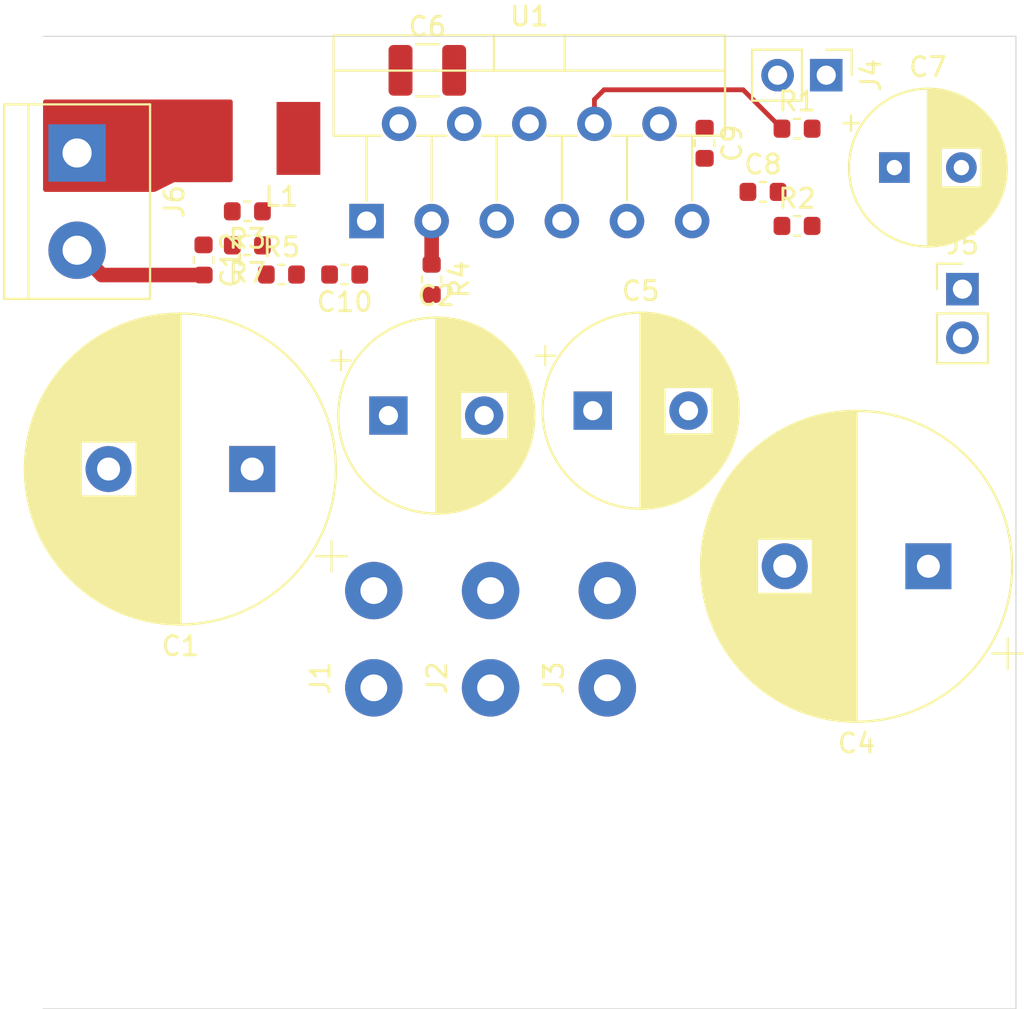
<source format=kicad_pcb>
(kicad_pcb (version 20171130) (host pcbnew "(5.1.2-1)-1")

  (general
    (thickness 1.6)
    (drawings 3)
    (tracks 7)
    (zones 0)
    (modules 24)
    (nets 16)
  )

  (page A4)
  (layers
    (0 F.Cu signal)
    (31 B.Cu power)
    (33 F.Adhes user)
    (35 F.Paste user)
    (37 F.SilkS user)
    (39 F.Mask user)
    (40 Dwgs.User user)
    (41 Cmts.User user)
    (42 Eco1.User user)
    (43 Eco2.User user)
    (44 Edge.Cuts user)
    (45 Margin user)
    (46 B.CrtYd user hide)
    (47 F.CrtYd user)
    (49 F.Fab user hide)
  )

  (setup
    (last_trace_width 0.762)
    (user_trace_width 0.762)
    (trace_clearance 0.2)
    (zone_clearance 0.508)
    (zone_45_only no)
    (trace_min 0.2)
    (via_size 0.8)
    (via_drill 0.4)
    (via_min_size 0.4)
    (via_min_drill 0.3)
    (uvia_size 0.3)
    (uvia_drill 0.1)
    (uvias_allowed no)
    (uvia_min_size 0.2)
    (uvia_min_drill 0.1)
    (edge_width 0.05)
    (segment_width 0.2)
    (pcb_text_width 0.3)
    (pcb_text_size 1.5 1.5)
    (mod_edge_width 0.12)
    (mod_text_size 1 1)
    (mod_text_width 0.15)
    (pad_size 1.524 1.524)
    (pad_drill 0.762)
    (pad_to_mask_clearance 0.051)
    (solder_mask_min_width 0.25)
    (aux_axis_origin 0 0)
    (visible_elements FFFFFF7F)
    (pcbplotparams
      (layerselection 0x010fc_ffffffff)
      (usegerberextensions false)
      (usegerberattributes false)
      (usegerberadvancedattributes false)
      (creategerberjobfile false)
      (excludeedgelayer true)
      (linewidth 0.100000)
      (plotframeref false)
      (viasonmask false)
      (mode 1)
      (useauxorigin false)
      (hpglpennumber 1)
      (hpglpenspeed 20)
      (hpglpendiameter 15.000000)
      (psnegative false)
      (psa4output false)
      (plotreference true)
      (plotvalue true)
      (plotinvisibletext false)
      (padsonsilk false)
      (subtractmaskfromsilk false)
      (outputformat 1)
      (mirror false)
      (drillshape 1)
      (scaleselection 1)
      (outputdirectory ""))
  )

  (net 0 "")
  (net 1 GND)
  (net 2 VCC)
  (net 3 VEE)
  (net 4 "Net-(C7-Pad1)")
  (net 5 "Net-(C10-Pad1)")
  (net 6 "Net-(C10-Pad2)")
  (net 7 "Net-(C12-Pad1)")
  (net 8 "Net-(J4-Pad1)")
  (net 9 "Net-(L1-Pad1)")
  (net 10 "Net-(U1-Pad11)")
  (net 11 "Net-(U1-Pad6)")
  (net 12 "Net-(U1-Pad2)")
  (net 13 "Net-(C8-Pad2)")
  (net 14 "Net-(J5-Pad2)")
  (net 15 "Net-(J6-Pad1)")

  (net_class Default "This is the default net class."
    (clearance 0.2)
    (trace_width 0.25)
    (via_dia 0.8)
    (via_drill 0.4)
    (uvia_dia 0.3)
    (uvia_drill 0.1)
    (add_net GND)
    (add_net "Net-(C10-Pad1)")
    (add_net "Net-(C10-Pad2)")
    (add_net "Net-(C12-Pad1)")
    (add_net "Net-(C7-Pad1)")
    (add_net "Net-(C8-Pad2)")
    (add_net "Net-(J4-Pad1)")
    (add_net "Net-(J5-Pad2)")
    (add_net "Net-(J6-Pad1)")
    (add_net "Net-(L1-Pad1)")
    (add_net "Net-(U1-Pad11)")
    (add_net "Net-(U1-Pad2)")
    (add_net "Net-(U1-Pad6)")
    (add_net VCC)
    (add_net VEE)
  )

  (module Package_TO_SOT_THT:TO-220-11_P3.4x5.08mm_StaggerOdd_Lead4.85mm_Vertical (layer F.Cu) (tedit 5AF05A31) (tstamp 5EE85D21)
    (at 143.891 85.852)
    (descr "TO-220-11, Vertical, RM 1.7mm, staggered type-1, see http://www.st.com/resource/en/datasheet/tda7391lv.pdf")
    (tags "TO-220-11 Vertical RM 1.7mm staggered type-1")
    (path /5EDEF8D5)
    (fp_text reference U1 (at 8.5 -10.7) (layer F.SilkS)
      (effects (font (size 1 1) (thickness 0.15)))
    )
    (fp_text value LM3886 (at 8.5 2.15) (layer F.Fab)
      (effects (font (size 1 1) (thickness 0.15)))
    )
    (fp_text user %R (at 8.5 -10.7) (layer F.Fab)
      (effects (font (size 1 1) (thickness 0.15)))
    )
    (fp_line (start 18.85 -9.83) (end -1.85 -9.83) (layer F.CrtYd) (width 0.05))
    (fp_line (start 18.85 1.16) (end 18.85 -9.83) (layer F.CrtYd) (width 0.05))
    (fp_line (start -1.85 1.16) (end 18.85 1.16) (layer F.CrtYd) (width 0.05))
    (fp_line (start -1.85 -9.83) (end -1.85 1.16) (layer F.CrtYd) (width 0.05))
    (fp_line (start 17 -4.459) (end 17 -1.065) (layer F.SilkS) (width 0.12))
    (fp_line (start 13.6 -4.459) (end 13.6 -1.065) (layer F.SilkS) (width 0.12))
    (fp_line (start 10.2 -4.459) (end 10.2 -1.065) (layer F.SilkS) (width 0.12))
    (fp_line (start 6.8 -4.459) (end 6.8 -1.065) (layer F.SilkS) (width 0.12))
    (fp_line (start 3.4 -4.459) (end 3.4 -1.065) (layer F.SilkS) (width 0.12))
    (fp_line (start 0 -4.459) (end 0 -1.05) (layer F.SilkS) (width 0.12))
    (fp_line (start 10.35 -9.7) (end 10.35 -7.86) (layer F.SilkS) (width 0.12))
    (fp_line (start 6.65 -9.7) (end 6.65 -7.86) (layer F.SilkS) (width 0.12))
    (fp_line (start -1.72 -7.86) (end 18.72 -7.86) (layer F.SilkS) (width 0.12))
    (fp_line (start 18.72 -9.7) (end 18.72 -4.459) (layer F.SilkS) (width 0.12))
    (fp_line (start -1.72 -9.7) (end -1.72 -4.459) (layer F.SilkS) (width 0.12))
    (fp_line (start 16.225 -4.459) (end 18.72 -4.459) (layer F.SilkS) (width 0.12))
    (fp_line (start 12.825 -4.459) (end 14.376 -4.459) (layer F.SilkS) (width 0.12))
    (fp_line (start 9.425 -4.459) (end 10.976 -4.459) (layer F.SilkS) (width 0.12))
    (fp_line (start 6.025 -4.459) (end 7.576 -4.459) (layer F.SilkS) (width 0.12))
    (fp_line (start 2.625 -4.459) (end 4.176 -4.459) (layer F.SilkS) (width 0.12))
    (fp_line (start -1.72 -4.459) (end 0.776 -4.459) (layer F.SilkS) (width 0.12))
    (fp_line (start -1.72 -9.7) (end 18.72 -9.7) (layer F.SilkS) (width 0.12))
    (fp_line (start 17 -4.58) (end 17 0) (layer F.Fab) (width 0.1))
    (fp_line (start 13.6 -4.58) (end 13.6 0) (layer F.Fab) (width 0.1))
    (fp_line (start 10.2 -4.58) (end 10.2 0) (layer F.Fab) (width 0.1))
    (fp_line (start 6.8 -4.58) (end 6.8 0) (layer F.Fab) (width 0.1))
    (fp_line (start 3.4 -4.58) (end 3.4 0) (layer F.Fab) (width 0.1))
    (fp_line (start 0 -4.58) (end 0 0) (layer F.Fab) (width 0.1))
    (fp_line (start 10.35 -9.58) (end 10.35 -7.98) (layer F.Fab) (width 0.1))
    (fp_line (start 6.65 -9.58) (end 6.65 -7.98) (layer F.Fab) (width 0.1))
    (fp_line (start -1.6 -7.98) (end 18.6 -7.98) (layer F.Fab) (width 0.1))
    (fp_line (start 18.6 -9.58) (end -1.6 -9.58) (layer F.Fab) (width 0.1))
    (fp_line (start 18.6 -4.58) (end 18.6 -9.58) (layer F.Fab) (width 0.1))
    (fp_line (start -1.6 -4.58) (end 18.6 -4.58) (layer F.Fab) (width 0.1))
    (fp_line (start -1.6 -9.58) (end -1.6 -4.58) (layer F.Fab) (width 0.1))
    (pad 11 thru_hole oval (at 17 0) (size 1.8 1.8) (drill 1) (layers *.Cu *.Mask)
      (net 10 "Net-(U1-Pad11)"))
    (pad 10 thru_hole oval (at 15.3 -5.08) (size 1.8 1.8) (drill 1) (layers *.Cu *.Mask)
      (net 13 "Net-(C8-Pad2)"))
    (pad 9 thru_hole oval (at 13.6 0) (size 1.8 1.8) (drill 1) (layers *.Cu *.Mask)
      (net 5 "Net-(C10-Pad1)"))
    (pad 8 thru_hole oval (at 11.9 -5.08) (size 1.8 1.8) (drill 1) (layers *.Cu *.Mask)
      (net 4 "Net-(C7-Pad1)"))
    (pad 7 thru_hole oval (at 10.2 0) (size 1.8 1.8) (drill 1) (layers *.Cu *.Mask)
      (net 1 GND))
    (pad 6 thru_hole oval (at 8.5 -5.08) (size 1.8 1.8) (drill 1) (layers *.Cu *.Mask)
      (net 11 "Net-(U1-Pad6)"))
    (pad 5 thru_hole oval (at 6.8 0) (size 1.8 1.8) (drill 1) (layers *.Cu *.Mask)
      (net 2 VCC))
    (pad 4 thru_hole oval (at 5.1 -5.08) (size 1.8 1.8) (drill 1) (layers *.Cu *.Mask)
      (net 3 VEE))
    (pad 3 thru_hole oval (at 3.4 0) (size 1.8 1.8) (drill 1) (layers *.Cu *.Mask)
      (net 9 "Net-(L1-Pad1)"))
    (pad 2 thru_hole oval (at 1.7 -5.08) (size 1.8 1.8) (drill 1) (layers *.Cu *.Mask)
      (net 12 "Net-(U1-Pad2)"))
    (pad 1 thru_hole rect (at 0 0) (size 1.8 1.8) (drill 1) (layers *.Cu *.Mask)
      (net 2 VCC))
    (model ${KISYS3DMOD}/Package_TO_SOT_THT.3dshapes/TO-220-11_P3.4x5.08mm_StaggerOdd_Lead4.85mm_Vertical.wrl
      (at (xyz 0 0 0))
      (scale (xyz 1 1 1))
      (rotate (xyz 0 0 0))
    )
  )

  (module Connector_PinHeader_2.54mm:PinHeader_1x02_P2.54mm_Vertical (layer F.Cu) (tedit 59FED5CC) (tstamp 5EEEEC2B)
    (at 167.894 78.232 270)
    (descr "Through hole straight pin header, 1x02, 2.54mm pitch, single row")
    (tags "Through hole pin header THT 1x02 2.54mm single row")
    (path /5EEB4E0E)
    (fp_text reference J4 (at 0 -2.33 90) (layer F.SilkS)
      (effects (font (size 1 1) (thickness 0.15)))
    )
    (fp_text value Conn_01x02 (at 0 4.87 90) (layer F.Fab)
      (effects (font (size 1 1) (thickness 0.15)))
    )
    (fp_text user %R (at 0 1.27) (layer F.Fab)
      (effects (font (size 1 1) (thickness 0.15)))
    )
    (fp_line (start 1.8 -1.8) (end -1.8 -1.8) (layer F.CrtYd) (width 0.05))
    (fp_line (start 1.8 4.35) (end 1.8 -1.8) (layer F.CrtYd) (width 0.05))
    (fp_line (start -1.8 4.35) (end 1.8 4.35) (layer F.CrtYd) (width 0.05))
    (fp_line (start -1.8 -1.8) (end -1.8 4.35) (layer F.CrtYd) (width 0.05))
    (fp_line (start -1.33 -1.33) (end 0 -1.33) (layer F.SilkS) (width 0.12))
    (fp_line (start -1.33 0) (end -1.33 -1.33) (layer F.SilkS) (width 0.12))
    (fp_line (start -1.33 1.27) (end 1.33 1.27) (layer F.SilkS) (width 0.12))
    (fp_line (start 1.33 1.27) (end 1.33 3.87) (layer F.SilkS) (width 0.12))
    (fp_line (start -1.33 1.27) (end -1.33 3.87) (layer F.SilkS) (width 0.12))
    (fp_line (start -1.33 3.87) (end 1.33 3.87) (layer F.SilkS) (width 0.12))
    (fp_line (start -1.27 -0.635) (end -0.635 -1.27) (layer F.Fab) (width 0.1))
    (fp_line (start -1.27 3.81) (end -1.27 -0.635) (layer F.Fab) (width 0.1))
    (fp_line (start 1.27 3.81) (end -1.27 3.81) (layer F.Fab) (width 0.1))
    (fp_line (start 1.27 -1.27) (end 1.27 3.81) (layer F.Fab) (width 0.1))
    (fp_line (start -0.635 -1.27) (end 1.27 -1.27) (layer F.Fab) (width 0.1))
    (pad 2 thru_hole oval (at 0 2.54 270) (size 1.7 1.7) (drill 1) (layers *.Cu *.Mask)
      (net 3 VEE))
    (pad 1 thru_hole rect (at 0 0 270) (size 1.7 1.7) (drill 1) (layers *.Cu *.Mask)
      (net 8 "Net-(J4-Pad1)"))
    (model ${KISYS3DMOD}/Connector_PinHeader_2.54mm.3dshapes/PinHeader_1x02_P2.54mm_Vertical.wrl
      (at (xyz 0 0 0))
      (scale (xyz 1 1 1))
      (rotate (xyz 0 0 0))
    )
  )

  (module Connector_QC_Blade_User:TE_QC_250_Male_Blade_P5.08 (layer F.Cu) (tedit 5EE9870F) (tstamp 5EE85C5C)
    (at 156.464 110.236 90)
    (descr "250 Series Quick Connect Male Blade (6.35 mm)")
    (tags "terminal block bornier2")
    (path /5EEB657B)
    (fp_text reference J3 (at 0.508 -2.794 90) (layer F.SilkS)
      (effects (font (size 1 1) (thickness 0.15)))
    )
    (fp_text value Screw_Terminal_01x02 (at 2.54 3.81 90) (layer F.Fab)
      (effects (font (size 1 1) (thickness 0.15)))
    )
    (fp_text user %R (at 2.54 0 90) (layer F.Fab)
      (effects (font (size 1 1) (thickness 0.15)))
    )
    (fp_line (start -1.778 -1.778) (end 6.858 -1.778) (layer F.CrtYd) (width 0.05))
    (fp_line (start -1.778 -1.778) (end -1.778 1.778) (layer F.CrtYd) (width 0.05))
    (fp_line (start 6.858 1.778) (end 6.858 -1.778) (layer F.CrtYd) (width 0.05))
    (fp_line (start 6.858 1.778) (end -1.778 1.778) (layer F.CrtYd) (width 0.05))
    (pad 1 thru_hole circle (at 0 0 90) (size 3 3) (drill 1.4) (layers *.Cu *.Mask)
      (net 3 VEE))
    (pad 2 thru_hole circle (at 5.08 0 90) (size 3 3) (drill 1.4) (layers *.Cu *.Mask)
      (net 3 VEE))
    (model ${KISYS3DMOD}/TerminalBlock.3dshapes/TerminalBlock_bornier-2_P5.08mm.wrl
      (offset (xyz 2.539999961853027 0 0))
      (scale (xyz 1 1 1))
      (rotate (xyz 0 0 0))
    )
  )

  (module Connector_QC_Blade_User:TE_QC_250_Male_Blade_P5.08 (layer F.Cu) (tedit 5EE9870F) (tstamp 5EE85C46)
    (at 150.368 110.236 90)
    (descr "250 Series Quick Connect Male Blade (6.35 mm)")
    (tags "terminal block bornier2")
    (path /5EEB4AC9)
    (fp_text reference J2 (at 0.508 -2.794 90) (layer F.SilkS)
      (effects (font (size 1 1) (thickness 0.15)))
    )
    (fp_text value Screw_Terminal_01x02 (at 2.54 3.81 90) (layer F.Fab)
      (effects (font (size 1 1) (thickness 0.15)))
    )
    (fp_text user %R (at 2.54 0 90) (layer F.Fab)
      (effects (font (size 1 1) (thickness 0.15)))
    )
    (fp_line (start -1.778 -1.778) (end 6.858 -1.778) (layer F.CrtYd) (width 0.05))
    (fp_line (start -1.778 -1.778) (end -1.778 1.778) (layer F.CrtYd) (width 0.05))
    (fp_line (start 6.858 1.778) (end 6.858 -1.778) (layer F.CrtYd) (width 0.05))
    (fp_line (start 6.858 1.778) (end -1.778 1.778) (layer F.CrtYd) (width 0.05))
    (pad 1 thru_hole circle (at 0 0 90) (size 3 3) (drill 1.4) (layers *.Cu *.Mask)
      (net 1 GND))
    (pad 2 thru_hole circle (at 5.08 0 90) (size 3 3) (drill 1.4) (layers *.Cu *.Mask)
      (net 1 GND))
    (model ${KISYS3DMOD}/TerminalBlock.3dshapes/TerminalBlock_bornier-2_P5.08mm.wrl
      (offset (xyz 2.539999961853027 0 0))
      (scale (xyz 1 1 1))
      (rotate (xyz 0 0 0))
    )
  )

  (module Connector_QC_Blade_User:TE_QC_250_Male_Blade_P5.08 (layer F.Cu) (tedit 5EE9870F) (tstamp 5EE85C30)
    (at 144.272 110.236 90)
    (descr "250 Series Quick Connect Male Blade (6.35 mm)")
    (tags "terminal block bornier2")
    (path /5EEB25A6)
    (fp_text reference J1 (at 0.508 -2.794 90) (layer F.SilkS)
      (effects (font (size 1 1) (thickness 0.15)))
    )
    (fp_text value Screw_Terminal_01x02 (at 2.54 3.81 90) (layer F.Fab)
      (effects (font (size 1 1) (thickness 0.15)))
    )
    (fp_text user %R (at 2.54 0 90) (layer F.Fab)
      (effects (font (size 1 1) (thickness 0.15)))
    )
    (fp_line (start -1.778 -1.778) (end 6.858 -1.778) (layer F.CrtYd) (width 0.05))
    (fp_line (start -1.778 -1.778) (end -1.778 1.778) (layer F.CrtYd) (width 0.05))
    (fp_line (start 6.858 1.778) (end 6.858 -1.778) (layer F.CrtYd) (width 0.05))
    (fp_line (start 6.858 1.778) (end -1.778 1.778) (layer F.CrtYd) (width 0.05))
    (pad 1 thru_hole circle (at 0 0 90) (size 3 3) (drill 1.4) (layers *.Cu *.Mask)
      (net 2 VCC))
    (pad 2 thru_hole circle (at 5.08 0 90) (size 3 3) (drill 1.4) (layers *.Cu *.Mask)
      (net 2 VCC))
    (model ${KISYS3DMOD}/TerminalBlock.3dshapes/TerminalBlock_bornier-2_P5.08mm.wrl
      (offset (xyz 2.539999961853027 0 0))
      (scale (xyz 1 1 1))
      (rotate (xyz 0 0 0))
    )
  )

  (module Capacitor_THT:CP_Radial_D8.0mm_P3.50mm (layer F.Cu) (tedit 5AE50EF0) (tstamp 5EE85B2D)
    (at 171.45 83.058)
    (descr "CP, Radial series, Radial, pin pitch=3.50mm, , diameter=8mm, Electrolytic Capacitor")
    (tags "CP Radial series Radial pin pitch 3.50mm  diameter 8mm Electrolytic Capacitor")
    (path /5EE4802C)
    (fp_text reference C7 (at 1.75 -5.25) (layer F.SilkS)
      (effects (font (size 1 1) (thickness 0.15)))
    )
    (fp_text value 100uF (at 1.75 5.25) (layer F.Fab)
      (effects (font (size 1 1) (thickness 0.15)))
    )
    (fp_text user %R (at 1.75 0) (layer F.Fab)
      (effects (font (size 1 1) (thickness 0.15)))
    )
    (fp_line (start -2.259698 -2.715) (end -2.259698 -1.915) (layer F.SilkS) (width 0.12))
    (fp_line (start -2.659698 -2.315) (end -1.859698 -2.315) (layer F.SilkS) (width 0.12))
    (fp_line (start 5.831 -0.533) (end 5.831 0.533) (layer F.SilkS) (width 0.12))
    (fp_line (start 5.791 -0.768) (end 5.791 0.768) (layer F.SilkS) (width 0.12))
    (fp_line (start 5.751 -0.948) (end 5.751 0.948) (layer F.SilkS) (width 0.12))
    (fp_line (start 5.711 -1.098) (end 5.711 1.098) (layer F.SilkS) (width 0.12))
    (fp_line (start 5.671 -1.229) (end 5.671 1.229) (layer F.SilkS) (width 0.12))
    (fp_line (start 5.631 -1.346) (end 5.631 1.346) (layer F.SilkS) (width 0.12))
    (fp_line (start 5.591 -1.453) (end 5.591 1.453) (layer F.SilkS) (width 0.12))
    (fp_line (start 5.551 -1.552) (end 5.551 1.552) (layer F.SilkS) (width 0.12))
    (fp_line (start 5.511 -1.645) (end 5.511 1.645) (layer F.SilkS) (width 0.12))
    (fp_line (start 5.471 -1.731) (end 5.471 1.731) (layer F.SilkS) (width 0.12))
    (fp_line (start 5.431 -1.813) (end 5.431 1.813) (layer F.SilkS) (width 0.12))
    (fp_line (start 5.391 -1.89) (end 5.391 1.89) (layer F.SilkS) (width 0.12))
    (fp_line (start 5.351 -1.964) (end 5.351 1.964) (layer F.SilkS) (width 0.12))
    (fp_line (start 5.311 -2.034) (end 5.311 2.034) (layer F.SilkS) (width 0.12))
    (fp_line (start 5.271 -2.102) (end 5.271 2.102) (layer F.SilkS) (width 0.12))
    (fp_line (start 5.231 -2.166) (end 5.231 2.166) (layer F.SilkS) (width 0.12))
    (fp_line (start 5.191 -2.228) (end 5.191 2.228) (layer F.SilkS) (width 0.12))
    (fp_line (start 5.151 -2.287) (end 5.151 2.287) (layer F.SilkS) (width 0.12))
    (fp_line (start 5.111 -2.345) (end 5.111 2.345) (layer F.SilkS) (width 0.12))
    (fp_line (start 5.071 -2.4) (end 5.071 2.4) (layer F.SilkS) (width 0.12))
    (fp_line (start 5.031 -2.454) (end 5.031 2.454) (layer F.SilkS) (width 0.12))
    (fp_line (start 4.991 -2.505) (end 4.991 2.505) (layer F.SilkS) (width 0.12))
    (fp_line (start 4.951 -2.556) (end 4.951 2.556) (layer F.SilkS) (width 0.12))
    (fp_line (start 4.911 -2.604) (end 4.911 2.604) (layer F.SilkS) (width 0.12))
    (fp_line (start 4.871 -2.651) (end 4.871 2.651) (layer F.SilkS) (width 0.12))
    (fp_line (start 4.831 -2.697) (end 4.831 2.697) (layer F.SilkS) (width 0.12))
    (fp_line (start 4.791 -2.741) (end 4.791 2.741) (layer F.SilkS) (width 0.12))
    (fp_line (start 4.751 -2.784) (end 4.751 2.784) (layer F.SilkS) (width 0.12))
    (fp_line (start 4.711 -2.826) (end 4.711 2.826) (layer F.SilkS) (width 0.12))
    (fp_line (start 4.671 -2.867) (end 4.671 2.867) (layer F.SilkS) (width 0.12))
    (fp_line (start 4.631 -2.907) (end 4.631 2.907) (layer F.SilkS) (width 0.12))
    (fp_line (start 4.591 -2.945) (end 4.591 2.945) (layer F.SilkS) (width 0.12))
    (fp_line (start 4.551 -2.983) (end 4.551 2.983) (layer F.SilkS) (width 0.12))
    (fp_line (start 4.511 1.04) (end 4.511 3.019) (layer F.SilkS) (width 0.12))
    (fp_line (start 4.511 -3.019) (end 4.511 -1.04) (layer F.SilkS) (width 0.12))
    (fp_line (start 4.471 1.04) (end 4.471 3.055) (layer F.SilkS) (width 0.12))
    (fp_line (start 4.471 -3.055) (end 4.471 -1.04) (layer F.SilkS) (width 0.12))
    (fp_line (start 4.431 1.04) (end 4.431 3.09) (layer F.SilkS) (width 0.12))
    (fp_line (start 4.431 -3.09) (end 4.431 -1.04) (layer F.SilkS) (width 0.12))
    (fp_line (start 4.391 1.04) (end 4.391 3.124) (layer F.SilkS) (width 0.12))
    (fp_line (start 4.391 -3.124) (end 4.391 -1.04) (layer F.SilkS) (width 0.12))
    (fp_line (start 4.351 1.04) (end 4.351 3.156) (layer F.SilkS) (width 0.12))
    (fp_line (start 4.351 -3.156) (end 4.351 -1.04) (layer F.SilkS) (width 0.12))
    (fp_line (start 4.311 1.04) (end 4.311 3.189) (layer F.SilkS) (width 0.12))
    (fp_line (start 4.311 -3.189) (end 4.311 -1.04) (layer F.SilkS) (width 0.12))
    (fp_line (start 4.271 1.04) (end 4.271 3.22) (layer F.SilkS) (width 0.12))
    (fp_line (start 4.271 -3.22) (end 4.271 -1.04) (layer F.SilkS) (width 0.12))
    (fp_line (start 4.231 1.04) (end 4.231 3.25) (layer F.SilkS) (width 0.12))
    (fp_line (start 4.231 -3.25) (end 4.231 -1.04) (layer F.SilkS) (width 0.12))
    (fp_line (start 4.191 1.04) (end 4.191 3.28) (layer F.SilkS) (width 0.12))
    (fp_line (start 4.191 -3.28) (end 4.191 -1.04) (layer F.SilkS) (width 0.12))
    (fp_line (start 4.151 1.04) (end 4.151 3.309) (layer F.SilkS) (width 0.12))
    (fp_line (start 4.151 -3.309) (end 4.151 -1.04) (layer F.SilkS) (width 0.12))
    (fp_line (start 4.111 1.04) (end 4.111 3.338) (layer F.SilkS) (width 0.12))
    (fp_line (start 4.111 -3.338) (end 4.111 -1.04) (layer F.SilkS) (width 0.12))
    (fp_line (start 4.071 1.04) (end 4.071 3.365) (layer F.SilkS) (width 0.12))
    (fp_line (start 4.071 -3.365) (end 4.071 -1.04) (layer F.SilkS) (width 0.12))
    (fp_line (start 4.031 1.04) (end 4.031 3.392) (layer F.SilkS) (width 0.12))
    (fp_line (start 4.031 -3.392) (end 4.031 -1.04) (layer F.SilkS) (width 0.12))
    (fp_line (start 3.991 1.04) (end 3.991 3.418) (layer F.SilkS) (width 0.12))
    (fp_line (start 3.991 -3.418) (end 3.991 -1.04) (layer F.SilkS) (width 0.12))
    (fp_line (start 3.951 1.04) (end 3.951 3.444) (layer F.SilkS) (width 0.12))
    (fp_line (start 3.951 -3.444) (end 3.951 -1.04) (layer F.SilkS) (width 0.12))
    (fp_line (start 3.911 1.04) (end 3.911 3.469) (layer F.SilkS) (width 0.12))
    (fp_line (start 3.911 -3.469) (end 3.911 -1.04) (layer F.SilkS) (width 0.12))
    (fp_line (start 3.871 1.04) (end 3.871 3.493) (layer F.SilkS) (width 0.12))
    (fp_line (start 3.871 -3.493) (end 3.871 -1.04) (layer F.SilkS) (width 0.12))
    (fp_line (start 3.831 1.04) (end 3.831 3.517) (layer F.SilkS) (width 0.12))
    (fp_line (start 3.831 -3.517) (end 3.831 -1.04) (layer F.SilkS) (width 0.12))
    (fp_line (start 3.791 1.04) (end 3.791 3.54) (layer F.SilkS) (width 0.12))
    (fp_line (start 3.791 -3.54) (end 3.791 -1.04) (layer F.SilkS) (width 0.12))
    (fp_line (start 3.751 1.04) (end 3.751 3.562) (layer F.SilkS) (width 0.12))
    (fp_line (start 3.751 -3.562) (end 3.751 -1.04) (layer F.SilkS) (width 0.12))
    (fp_line (start 3.711 1.04) (end 3.711 3.584) (layer F.SilkS) (width 0.12))
    (fp_line (start 3.711 -3.584) (end 3.711 -1.04) (layer F.SilkS) (width 0.12))
    (fp_line (start 3.671 1.04) (end 3.671 3.606) (layer F.SilkS) (width 0.12))
    (fp_line (start 3.671 -3.606) (end 3.671 -1.04) (layer F.SilkS) (width 0.12))
    (fp_line (start 3.631 1.04) (end 3.631 3.627) (layer F.SilkS) (width 0.12))
    (fp_line (start 3.631 -3.627) (end 3.631 -1.04) (layer F.SilkS) (width 0.12))
    (fp_line (start 3.591 1.04) (end 3.591 3.647) (layer F.SilkS) (width 0.12))
    (fp_line (start 3.591 -3.647) (end 3.591 -1.04) (layer F.SilkS) (width 0.12))
    (fp_line (start 3.551 1.04) (end 3.551 3.666) (layer F.SilkS) (width 0.12))
    (fp_line (start 3.551 -3.666) (end 3.551 -1.04) (layer F.SilkS) (width 0.12))
    (fp_line (start 3.511 1.04) (end 3.511 3.686) (layer F.SilkS) (width 0.12))
    (fp_line (start 3.511 -3.686) (end 3.511 -1.04) (layer F.SilkS) (width 0.12))
    (fp_line (start 3.471 1.04) (end 3.471 3.704) (layer F.SilkS) (width 0.12))
    (fp_line (start 3.471 -3.704) (end 3.471 -1.04) (layer F.SilkS) (width 0.12))
    (fp_line (start 3.431 1.04) (end 3.431 3.722) (layer F.SilkS) (width 0.12))
    (fp_line (start 3.431 -3.722) (end 3.431 -1.04) (layer F.SilkS) (width 0.12))
    (fp_line (start 3.391 1.04) (end 3.391 3.74) (layer F.SilkS) (width 0.12))
    (fp_line (start 3.391 -3.74) (end 3.391 -1.04) (layer F.SilkS) (width 0.12))
    (fp_line (start 3.351 1.04) (end 3.351 3.757) (layer F.SilkS) (width 0.12))
    (fp_line (start 3.351 -3.757) (end 3.351 -1.04) (layer F.SilkS) (width 0.12))
    (fp_line (start 3.311 1.04) (end 3.311 3.774) (layer F.SilkS) (width 0.12))
    (fp_line (start 3.311 -3.774) (end 3.311 -1.04) (layer F.SilkS) (width 0.12))
    (fp_line (start 3.271 1.04) (end 3.271 3.79) (layer F.SilkS) (width 0.12))
    (fp_line (start 3.271 -3.79) (end 3.271 -1.04) (layer F.SilkS) (width 0.12))
    (fp_line (start 3.231 1.04) (end 3.231 3.805) (layer F.SilkS) (width 0.12))
    (fp_line (start 3.231 -3.805) (end 3.231 -1.04) (layer F.SilkS) (width 0.12))
    (fp_line (start 3.191 1.04) (end 3.191 3.821) (layer F.SilkS) (width 0.12))
    (fp_line (start 3.191 -3.821) (end 3.191 -1.04) (layer F.SilkS) (width 0.12))
    (fp_line (start 3.151 1.04) (end 3.151 3.835) (layer F.SilkS) (width 0.12))
    (fp_line (start 3.151 -3.835) (end 3.151 -1.04) (layer F.SilkS) (width 0.12))
    (fp_line (start 3.111 1.04) (end 3.111 3.85) (layer F.SilkS) (width 0.12))
    (fp_line (start 3.111 -3.85) (end 3.111 -1.04) (layer F.SilkS) (width 0.12))
    (fp_line (start 3.071 1.04) (end 3.071 3.863) (layer F.SilkS) (width 0.12))
    (fp_line (start 3.071 -3.863) (end 3.071 -1.04) (layer F.SilkS) (width 0.12))
    (fp_line (start 3.031 1.04) (end 3.031 3.877) (layer F.SilkS) (width 0.12))
    (fp_line (start 3.031 -3.877) (end 3.031 -1.04) (layer F.SilkS) (width 0.12))
    (fp_line (start 2.991 1.04) (end 2.991 3.889) (layer F.SilkS) (width 0.12))
    (fp_line (start 2.991 -3.889) (end 2.991 -1.04) (layer F.SilkS) (width 0.12))
    (fp_line (start 2.951 1.04) (end 2.951 3.902) (layer F.SilkS) (width 0.12))
    (fp_line (start 2.951 -3.902) (end 2.951 -1.04) (layer F.SilkS) (width 0.12))
    (fp_line (start 2.911 1.04) (end 2.911 3.914) (layer F.SilkS) (width 0.12))
    (fp_line (start 2.911 -3.914) (end 2.911 -1.04) (layer F.SilkS) (width 0.12))
    (fp_line (start 2.871 1.04) (end 2.871 3.925) (layer F.SilkS) (width 0.12))
    (fp_line (start 2.871 -3.925) (end 2.871 -1.04) (layer F.SilkS) (width 0.12))
    (fp_line (start 2.831 1.04) (end 2.831 3.936) (layer F.SilkS) (width 0.12))
    (fp_line (start 2.831 -3.936) (end 2.831 -1.04) (layer F.SilkS) (width 0.12))
    (fp_line (start 2.791 1.04) (end 2.791 3.947) (layer F.SilkS) (width 0.12))
    (fp_line (start 2.791 -3.947) (end 2.791 -1.04) (layer F.SilkS) (width 0.12))
    (fp_line (start 2.751 1.04) (end 2.751 3.957) (layer F.SilkS) (width 0.12))
    (fp_line (start 2.751 -3.957) (end 2.751 -1.04) (layer F.SilkS) (width 0.12))
    (fp_line (start 2.711 1.04) (end 2.711 3.967) (layer F.SilkS) (width 0.12))
    (fp_line (start 2.711 -3.967) (end 2.711 -1.04) (layer F.SilkS) (width 0.12))
    (fp_line (start 2.671 1.04) (end 2.671 3.976) (layer F.SilkS) (width 0.12))
    (fp_line (start 2.671 -3.976) (end 2.671 -1.04) (layer F.SilkS) (width 0.12))
    (fp_line (start 2.631 1.04) (end 2.631 3.985) (layer F.SilkS) (width 0.12))
    (fp_line (start 2.631 -3.985) (end 2.631 -1.04) (layer F.SilkS) (width 0.12))
    (fp_line (start 2.591 1.04) (end 2.591 3.994) (layer F.SilkS) (width 0.12))
    (fp_line (start 2.591 -3.994) (end 2.591 -1.04) (layer F.SilkS) (width 0.12))
    (fp_line (start 2.551 1.04) (end 2.551 4.002) (layer F.SilkS) (width 0.12))
    (fp_line (start 2.551 -4.002) (end 2.551 -1.04) (layer F.SilkS) (width 0.12))
    (fp_line (start 2.511 1.04) (end 2.511 4.01) (layer F.SilkS) (width 0.12))
    (fp_line (start 2.511 -4.01) (end 2.511 -1.04) (layer F.SilkS) (width 0.12))
    (fp_line (start 2.471 1.04) (end 2.471 4.017) (layer F.SilkS) (width 0.12))
    (fp_line (start 2.471 -4.017) (end 2.471 -1.04) (layer F.SilkS) (width 0.12))
    (fp_line (start 2.43 -4.024) (end 2.43 4.024) (layer F.SilkS) (width 0.12))
    (fp_line (start 2.39 -4.03) (end 2.39 4.03) (layer F.SilkS) (width 0.12))
    (fp_line (start 2.35 -4.037) (end 2.35 4.037) (layer F.SilkS) (width 0.12))
    (fp_line (start 2.31 -4.042) (end 2.31 4.042) (layer F.SilkS) (width 0.12))
    (fp_line (start 2.27 -4.048) (end 2.27 4.048) (layer F.SilkS) (width 0.12))
    (fp_line (start 2.23 -4.052) (end 2.23 4.052) (layer F.SilkS) (width 0.12))
    (fp_line (start 2.19 -4.057) (end 2.19 4.057) (layer F.SilkS) (width 0.12))
    (fp_line (start 2.15 -4.061) (end 2.15 4.061) (layer F.SilkS) (width 0.12))
    (fp_line (start 2.11 -4.065) (end 2.11 4.065) (layer F.SilkS) (width 0.12))
    (fp_line (start 2.07 -4.068) (end 2.07 4.068) (layer F.SilkS) (width 0.12))
    (fp_line (start 2.03 -4.071) (end 2.03 4.071) (layer F.SilkS) (width 0.12))
    (fp_line (start 1.99 -4.074) (end 1.99 4.074) (layer F.SilkS) (width 0.12))
    (fp_line (start 1.95 -4.076) (end 1.95 4.076) (layer F.SilkS) (width 0.12))
    (fp_line (start 1.91 -4.077) (end 1.91 4.077) (layer F.SilkS) (width 0.12))
    (fp_line (start 1.87 -4.079) (end 1.87 4.079) (layer F.SilkS) (width 0.12))
    (fp_line (start 1.83 -4.08) (end 1.83 4.08) (layer F.SilkS) (width 0.12))
    (fp_line (start 1.79 -4.08) (end 1.79 4.08) (layer F.SilkS) (width 0.12))
    (fp_line (start 1.75 -4.08) (end 1.75 4.08) (layer F.SilkS) (width 0.12))
    (fp_line (start -1.276759 -2.1475) (end -1.276759 -1.3475) (layer F.Fab) (width 0.1))
    (fp_line (start -1.676759 -1.7475) (end -0.876759 -1.7475) (layer F.Fab) (width 0.1))
    (fp_circle (center 1.75 0) (end 6 0) (layer F.CrtYd) (width 0.05))
    (fp_circle (center 1.75 0) (end 5.87 0) (layer F.SilkS) (width 0.12))
    (fp_circle (center 1.75 0) (end 5.75 0) (layer F.Fab) (width 0.1))
    (pad 2 thru_hole circle (at 3.5 0) (size 1.6 1.6) (drill 0.8) (layers *.Cu *.Mask)
      (net 1 GND))
    (pad 1 thru_hole rect (at 0 0) (size 1.6 1.6) (drill 0.8) (layers *.Cu *.Mask)
      (net 4 "Net-(C7-Pad1)"))
    (model ${KISYS3DMOD}/Capacitor_THT.3dshapes/CP_Radial_D8.0mm_P3.50mm.wrl
      (at (xyz 0 0 0))
      (scale (xyz 1 1 1))
      (rotate (xyz 0 0 0))
    )
  )

  (module Capacitor_THT:CP_Radial_D10.0mm_P5.00mm (layer F.Cu) (tedit 5AE50EF1) (tstamp 5EE85B0B)
    (at 155.702 95.758)
    (descr "CP, Radial series, Radial, pin pitch=5.00mm, , diameter=10mm, Electrolytic Capacitor")
    (tags "CP Radial series Radial pin pitch 5.00mm  diameter 10mm Electrolytic Capacitor")
    (path /5EE4A479)
    (fp_text reference C5 (at 2.5 -6.25) (layer F.SilkS)
      (effects (font (size 1 1) (thickness 0.15)))
    )
    (fp_text value 22uF (at 2.5 6.25) (layer F.Fab)
      (effects (font (size 1 1) (thickness 0.15)))
    )
    (fp_text user %R (at 2.5 0) (layer F.Fab)
      (effects (font (size 1 1) (thickness 0.15)))
    )
    (fp_line (start -2.479646 -3.375) (end -2.479646 -2.375) (layer F.SilkS) (width 0.12))
    (fp_line (start -2.979646 -2.875) (end -1.979646 -2.875) (layer F.SilkS) (width 0.12))
    (fp_line (start 7.581 -0.599) (end 7.581 0.599) (layer F.SilkS) (width 0.12))
    (fp_line (start 7.541 -0.862) (end 7.541 0.862) (layer F.SilkS) (width 0.12))
    (fp_line (start 7.501 -1.062) (end 7.501 1.062) (layer F.SilkS) (width 0.12))
    (fp_line (start 7.461 -1.23) (end 7.461 1.23) (layer F.SilkS) (width 0.12))
    (fp_line (start 7.421 -1.378) (end 7.421 1.378) (layer F.SilkS) (width 0.12))
    (fp_line (start 7.381 -1.51) (end 7.381 1.51) (layer F.SilkS) (width 0.12))
    (fp_line (start 7.341 -1.63) (end 7.341 1.63) (layer F.SilkS) (width 0.12))
    (fp_line (start 7.301 -1.742) (end 7.301 1.742) (layer F.SilkS) (width 0.12))
    (fp_line (start 7.261 -1.846) (end 7.261 1.846) (layer F.SilkS) (width 0.12))
    (fp_line (start 7.221 -1.944) (end 7.221 1.944) (layer F.SilkS) (width 0.12))
    (fp_line (start 7.181 -2.037) (end 7.181 2.037) (layer F.SilkS) (width 0.12))
    (fp_line (start 7.141 -2.125) (end 7.141 2.125) (layer F.SilkS) (width 0.12))
    (fp_line (start 7.101 -2.209) (end 7.101 2.209) (layer F.SilkS) (width 0.12))
    (fp_line (start 7.061 -2.289) (end 7.061 2.289) (layer F.SilkS) (width 0.12))
    (fp_line (start 7.021 -2.365) (end 7.021 2.365) (layer F.SilkS) (width 0.12))
    (fp_line (start 6.981 -2.439) (end 6.981 2.439) (layer F.SilkS) (width 0.12))
    (fp_line (start 6.941 -2.51) (end 6.941 2.51) (layer F.SilkS) (width 0.12))
    (fp_line (start 6.901 -2.579) (end 6.901 2.579) (layer F.SilkS) (width 0.12))
    (fp_line (start 6.861 -2.645) (end 6.861 2.645) (layer F.SilkS) (width 0.12))
    (fp_line (start 6.821 -2.709) (end 6.821 2.709) (layer F.SilkS) (width 0.12))
    (fp_line (start 6.781 -2.77) (end 6.781 2.77) (layer F.SilkS) (width 0.12))
    (fp_line (start 6.741 -2.83) (end 6.741 2.83) (layer F.SilkS) (width 0.12))
    (fp_line (start 6.701 -2.889) (end 6.701 2.889) (layer F.SilkS) (width 0.12))
    (fp_line (start 6.661 -2.945) (end 6.661 2.945) (layer F.SilkS) (width 0.12))
    (fp_line (start 6.621 -3) (end 6.621 3) (layer F.SilkS) (width 0.12))
    (fp_line (start 6.581 -3.054) (end 6.581 3.054) (layer F.SilkS) (width 0.12))
    (fp_line (start 6.541 -3.106) (end 6.541 3.106) (layer F.SilkS) (width 0.12))
    (fp_line (start 6.501 -3.156) (end 6.501 3.156) (layer F.SilkS) (width 0.12))
    (fp_line (start 6.461 -3.206) (end 6.461 3.206) (layer F.SilkS) (width 0.12))
    (fp_line (start 6.421 -3.254) (end 6.421 3.254) (layer F.SilkS) (width 0.12))
    (fp_line (start 6.381 -3.301) (end 6.381 3.301) (layer F.SilkS) (width 0.12))
    (fp_line (start 6.341 -3.347) (end 6.341 3.347) (layer F.SilkS) (width 0.12))
    (fp_line (start 6.301 -3.392) (end 6.301 3.392) (layer F.SilkS) (width 0.12))
    (fp_line (start 6.261 -3.436) (end 6.261 3.436) (layer F.SilkS) (width 0.12))
    (fp_line (start 6.221 1.241) (end 6.221 3.478) (layer F.SilkS) (width 0.12))
    (fp_line (start 6.221 -3.478) (end 6.221 -1.241) (layer F.SilkS) (width 0.12))
    (fp_line (start 6.181 1.241) (end 6.181 3.52) (layer F.SilkS) (width 0.12))
    (fp_line (start 6.181 -3.52) (end 6.181 -1.241) (layer F.SilkS) (width 0.12))
    (fp_line (start 6.141 1.241) (end 6.141 3.561) (layer F.SilkS) (width 0.12))
    (fp_line (start 6.141 -3.561) (end 6.141 -1.241) (layer F.SilkS) (width 0.12))
    (fp_line (start 6.101 1.241) (end 6.101 3.601) (layer F.SilkS) (width 0.12))
    (fp_line (start 6.101 -3.601) (end 6.101 -1.241) (layer F.SilkS) (width 0.12))
    (fp_line (start 6.061 1.241) (end 6.061 3.64) (layer F.SilkS) (width 0.12))
    (fp_line (start 6.061 -3.64) (end 6.061 -1.241) (layer F.SilkS) (width 0.12))
    (fp_line (start 6.021 1.241) (end 6.021 3.679) (layer F.SilkS) (width 0.12))
    (fp_line (start 6.021 -3.679) (end 6.021 -1.241) (layer F.SilkS) (width 0.12))
    (fp_line (start 5.981 1.241) (end 5.981 3.716) (layer F.SilkS) (width 0.12))
    (fp_line (start 5.981 -3.716) (end 5.981 -1.241) (layer F.SilkS) (width 0.12))
    (fp_line (start 5.941 1.241) (end 5.941 3.753) (layer F.SilkS) (width 0.12))
    (fp_line (start 5.941 -3.753) (end 5.941 -1.241) (layer F.SilkS) (width 0.12))
    (fp_line (start 5.901 1.241) (end 5.901 3.789) (layer F.SilkS) (width 0.12))
    (fp_line (start 5.901 -3.789) (end 5.901 -1.241) (layer F.SilkS) (width 0.12))
    (fp_line (start 5.861 1.241) (end 5.861 3.824) (layer F.SilkS) (width 0.12))
    (fp_line (start 5.861 -3.824) (end 5.861 -1.241) (layer F.SilkS) (width 0.12))
    (fp_line (start 5.821 1.241) (end 5.821 3.858) (layer F.SilkS) (width 0.12))
    (fp_line (start 5.821 -3.858) (end 5.821 -1.241) (layer F.SilkS) (width 0.12))
    (fp_line (start 5.781 1.241) (end 5.781 3.892) (layer F.SilkS) (width 0.12))
    (fp_line (start 5.781 -3.892) (end 5.781 -1.241) (layer F.SilkS) (width 0.12))
    (fp_line (start 5.741 1.241) (end 5.741 3.925) (layer F.SilkS) (width 0.12))
    (fp_line (start 5.741 -3.925) (end 5.741 -1.241) (layer F.SilkS) (width 0.12))
    (fp_line (start 5.701 1.241) (end 5.701 3.957) (layer F.SilkS) (width 0.12))
    (fp_line (start 5.701 -3.957) (end 5.701 -1.241) (layer F.SilkS) (width 0.12))
    (fp_line (start 5.661 1.241) (end 5.661 3.989) (layer F.SilkS) (width 0.12))
    (fp_line (start 5.661 -3.989) (end 5.661 -1.241) (layer F.SilkS) (width 0.12))
    (fp_line (start 5.621 1.241) (end 5.621 4.02) (layer F.SilkS) (width 0.12))
    (fp_line (start 5.621 -4.02) (end 5.621 -1.241) (layer F.SilkS) (width 0.12))
    (fp_line (start 5.581 1.241) (end 5.581 4.05) (layer F.SilkS) (width 0.12))
    (fp_line (start 5.581 -4.05) (end 5.581 -1.241) (layer F.SilkS) (width 0.12))
    (fp_line (start 5.541 1.241) (end 5.541 4.08) (layer F.SilkS) (width 0.12))
    (fp_line (start 5.541 -4.08) (end 5.541 -1.241) (layer F.SilkS) (width 0.12))
    (fp_line (start 5.501 1.241) (end 5.501 4.11) (layer F.SilkS) (width 0.12))
    (fp_line (start 5.501 -4.11) (end 5.501 -1.241) (layer F.SilkS) (width 0.12))
    (fp_line (start 5.461 1.241) (end 5.461 4.138) (layer F.SilkS) (width 0.12))
    (fp_line (start 5.461 -4.138) (end 5.461 -1.241) (layer F.SilkS) (width 0.12))
    (fp_line (start 5.421 1.241) (end 5.421 4.166) (layer F.SilkS) (width 0.12))
    (fp_line (start 5.421 -4.166) (end 5.421 -1.241) (layer F.SilkS) (width 0.12))
    (fp_line (start 5.381 1.241) (end 5.381 4.194) (layer F.SilkS) (width 0.12))
    (fp_line (start 5.381 -4.194) (end 5.381 -1.241) (layer F.SilkS) (width 0.12))
    (fp_line (start 5.341 1.241) (end 5.341 4.221) (layer F.SilkS) (width 0.12))
    (fp_line (start 5.341 -4.221) (end 5.341 -1.241) (layer F.SilkS) (width 0.12))
    (fp_line (start 5.301 1.241) (end 5.301 4.247) (layer F.SilkS) (width 0.12))
    (fp_line (start 5.301 -4.247) (end 5.301 -1.241) (layer F.SilkS) (width 0.12))
    (fp_line (start 5.261 1.241) (end 5.261 4.273) (layer F.SilkS) (width 0.12))
    (fp_line (start 5.261 -4.273) (end 5.261 -1.241) (layer F.SilkS) (width 0.12))
    (fp_line (start 5.221 1.241) (end 5.221 4.298) (layer F.SilkS) (width 0.12))
    (fp_line (start 5.221 -4.298) (end 5.221 -1.241) (layer F.SilkS) (width 0.12))
    (fp_line (start 5.181 1.241) (end 5.181 4.323) (layer F.SilkS) (width 0.12))
    (fp_line (start 5.181 -4.323) (end 5.181 -1.241) (layer F.SilkS) (width 0.12))
    (fp_line (start 5.141 1.241) (end 5.141 4.347) (layer F.SilkS) (width 0.12))
    (fp_line (start 5.141 -4.347) (end 5.141 -1.241) (layer F.SilkS) (width 0.12))
    (fp_line (start 5.101 1.241) (end 5.101 4.371) (layer F.SilkS) (width 0.12))
    (fp_line (start 5.101 -4.371) (end 5.101 -1.241) (layer F.SilkS) (width 0.12))
    (fp_line (start 5.061 1.241) (end 5.061 4.395) (layer F.SilkS) (width 0.12))
    (fp_line (start 5.061 -4.395) (end 5.061 -1.241) (layer F.SilkS) (width 0.12))
    (fp_line (start 5.021 1.241) (end 5.021 4.417) (layer F.SilkS) (width 0.12))
    (fp_line (start 5.021 -4.417) (end 5.021 -1.241) (layer F.SilkS) (width 0.12))
    (fp_line (start 4.981 1.241) (end 4.981 4.44) (layer F.SilkS) (width 0.12))
    (fp_line (start 4.981 -4.44) (end 4.981 -1.241) (layer F.SilkS) (width 0.12))
    (fp_line (start 4.941 1.241) (end 4.941 4.462) (layer F.SilkS) (width 0.12))
    (fp_line (start 4.941 -4.462) (end 4.941 -1.241) (layer F.SilkS) (width 0.12))
    (fp_line (start 4.901 1.241) (end 4.901 4.483) (layer F.SilkS) (width 0.12))
    (fp_line (start 4.901 -4.483) (end 4.901 -1.241) (layer F.SilkS) (width 0.12))
    (fp_line (start 4.861 1.241) (end 4.861 4.504) (layer F.SilkS) (width 0.12))
    (fp_line (start 4.861 -4.504) (end 4.861 -1.241) (layer F.SilkS) (width 0.12))
    (fp_line (start 4.821 1.241) (end 4.821 4.525) (layer F.SilkS) (width 0.12))
    (fp_line (start 4.821 -4.525) (end 4.821 -1.241) (layer F.SilkS) (width 0.12))
    (fp_line (start 4.781 1.241) (end 4.781 4.545) (layer F.SilkS) (width 0.12))
    (fp_line (start 4.781 -4.545) (end 4.781 -1.241) (layer F.SilkS) (width 0.12))
    (fp_line (start 4.741 1.241) (end 4.741 4.564) (layer F.SilkS) (width 0.12))
    (fp_line (start 4.741 -4.564) (end 4.741 -1.241) (layer F.SilkS) (width 0.12))
    (fp_line (start 4.701 1.241) (end 4.701 4.584) (layer F.SilkS) (width 0.12))
    (fp_line (start 4.701 -4.584) (end 4.701 -1.241) (layer F.SilkS) (width 0.12))
    (fp_line (start 4.661 1.241) (end 4.661 4.603) (layer F.SilkS) (width 0.12))
    (fp_line (start 4.661 -4.603) (end 4.661 -1.241) (layer F.SilkS) (width 0.12))
    (fp_line (start 4.621 1.241) (end 4.621 4.621) (layer F.SilkS) (width 0.12))
    (fp_line (start 4.621 -4.621) (end 4.621 -1.241) (layer F.SilkS) (width 0.12))
    (fp_line (start 4.581 1.241) (end 4.581 4.639) (layer F.SilkS) (width 0.12))
    (fp_line (start 4.581 -4.639) (end 4.581 -1.241) (layer F.SilkS) (width 0.12))
    (fp_line (start 4.541 1.241) (end 4.541 4.657) (layer F.SilkS) (width 0.12))
    (fp_line (start 4.541 -4.657) (end 4.541 -1.241) (layer F.SilkS) (width 0.12))
    (fp_line (start 4.501 1.241) (end 4.501 4.674) (layer F.SilkS) (width 0.12))
    (fp_line (start 4.501 -4.674) (end 4.501 -1.241) (layer F.SilkS) (width 0.12))
    (fp_line (start 4.461 1.241) (end 4.461 4.69) (layer F.SilkS) (width 0.12))
    (fp_line (start 4.461 -4.69) (end 4.461 -1.241) (layer F.SilkS) (width 0.12))
    (fp_line (start 4.421 1.241) (end 4.421 4.707) (layer F.SilkS) (width 0.12))
    (fp_line (start 4.421 -4.707) (end 4.421 -1.241) (layer F.SilkS) (width 0.12))
    (fp_line (start 4.381 1.241) (end 4.381 4.723) (layer F.SilkS) (width 0.12))
    (fp_line (start 4.381 -4.723) (end 4.381 -1.241) (layer F.SilkS) (width 0.12))
    (fp_line (start 4.341 1.241) (end 4.341 4.738) (layer F.SilkS) (width 0.12))
    (fp_line (start 4.341 -4.738) (end 4.341 -1.241) (layer F.SilkS) (width 0.12))
    (fp_line (start 4.301 1.241) (end 4.301 4.754) (layer F.SilkS) (width 0.12))
    (fp_line (start 4.301 -4.754) (end 4.301 -1.241) (layer F.SilkS) (width 0.12))
    (fp_line (start 4.261 1.241) (end 4.261 4.768) (layer F.SilkS) (width 0.12))
    (fp_line (start 4.261 -4.768) (end 4.261 -1.241) (layer F.SilkS) (width 0.12))
    (fp_line (start 4.221 1.241) (end 4.221 4.783) (layer F.SilkS) (width 0.12))
    (fp_line (start 4.221 -4.783) (end 4.221 -1.241) (layer F.SilkS) (width 0.12))
    (fp_line (start 4.181 1.241) (end 4.181 4.797) (layer F.SilkS) (width 0.12))
    (fp_line (start 4.181 -4.797) (end 4.181 -1.241) (layer F.SilkS) (width 0.12))
    (fp_line (start 4.141 1.241) (end 4.141 4.811) (layer F.SilkS) (width 0.12))
    (fp_line (start 4.141 -4.811) (end 4.141 -1.241) (layer F.SilkS) (width 0.12))
    (fp_line (start 4.101 1.241) (end 4.101 4.824) (layer F.SilkS) (width 0.12))
    (fp_line (start 4.101 -4.824) (end 4.101 -1.241) (layer F.SilkS) (width 0.12))
    (fp_line (start 4.061 1.241) (end 4.061 4.837) (layer F.SilkS) (width 0.12))
    (fp_line (start 4.061 -4.837) (end 4.061 -1.241) (layer F.SilkS) (width 0.12))
    (fp_line (start 4.021 1.241) (end 4.021 4.85) (layer F.SilkS) (width 0.12))
    (fp_line (start 4.021 -4.85) (end 4.021 -1.241) (layer F.SilkS) (width 0.12))
    (fp_line (start 3.981 1.241) (end 3.981 4.862) (layer F.SilkS) (width 0.12))
    (fp_line (start 3.981 -4.862) (end 3.981 -1.241) (layer F.SilkS) (width 0.12))
    (fp_line (start 3.941 1.241) (end 3.941 4.874) (layer F.SilkS) (width 0.12))
    (fp_line (start 3.941 -4.874) (end 3.941 -1.241) (layer F.SilkS) (width 0.12))
    (fp_line (start 3.901 1.241) (end 3.901 4.885) (layer F.SilkS) (width 0.12))
    (fp_line (start 3.901 -4.885) (end 3.901 -1.241) (layer F.SilkS) (width 0.12))
    (fp_line (start 3.861 1.241) (end 3.861 4.897) (layer F.SilkS) (width 0.12))
    (fp_line (start 3.861 -4.897) (end 3.861 -1.241) (layer F.SilkS) (width 0.12))
    (fp_line (start 3.821 1.241) (end 3.821 4.907) (layer F.SilkS) (width 0.12))
    (fp_line (start 3.821 -4.907) (end 3.821 -1.241) (layer F.SilkS) (width 0.12))
    (fp_line (start 3.781 1.241) (end 3.781 4.918) (layer F.SilkS) (width 0.12))
    (fp_line (start 3.781 -4.918) (end 3.781 -1.241) (layer F.SilkS) (width 0.12))
    (fp_line (start 3.741 -4.928) (end 3.741 4.928) (layer F.SilkS) (width 0.12))
    (fp_line (start 3.701 -4.938) (end 3.701 4.938) (layer F.SilkS) (width 0.12))
    (fp_line (start 3.661 -4.947) (end 3.661 4.947) (layer F.SilkS) (width 0.12))
    (fp_line (start 3.621 -4.956) (end 3.621 4.956) (layer F.SilkS) (width 0.12))
    (fp_line (start 3.581 -4.965) (end 3.581 4.965) (layer F.SilkS) (width 0.12))
    (fp_line (start 3.541 -4.974) (end 3.541 4.974) (layer F.SilkS) (width 0.12))
    (fp_line (start 3.501 -4.982) (end 3.501 4.982) (layer F.SilkS) (width 0.12))
    (fp_line (start 3.461 -4.99) (end 3.461 4.99) (layer F.SilkS) (width 0.12))
    (fp_line (start 3.421 -4.997) (end 3.421 4.997) (layer F.SilkS) (width 0.12))
    (fp_line (start 3.381 -5.004) (end 3.381 5.004) (layer F.SilkS) (width 0.12))
    (fp_line (start 3.341 -5.011) (end 3.341 5.011) (layer F.SilkS) (width 0.12))
    (fp_line (start 3.301 -5.018) (end 3.301 5.018) (layer F.SilkS) (width 0.12))
    (fp_line (start 3.261 -5.024) (end 3.261 5.024) (layer F.SilkS) (width 0.12))
    (fp_line (start 3.221 -5.03) (end 3.221 5.03) (layer F.SilkS) (width 0.12))
    (fp_line (start 3.18 -5.035) (end 3.18 5.035) (layer F.SilkS) (width 0.12))
    (fp_line (start 3.14 -5.04) (end 3.14 5.04) (layer F.SilkS) (width 0.12))
    (fp_line (start 3.1 -5.045) (end 3.1 5.045) (layer F.SilkS) (width 0.12))
    (fp_line (start 3.06 -5.05) (end 3.06 5.05) (layer F.SilkS) (width 0.12))
    (fp_line (start 3.02 -5.054) (end 3.02 5.054) (layer F.SilkS) (width 0.12))
    (fp_line (start 2.98 -5.058) (end 2.98 5.058) (layer F.SilkS) (width 0.12))
    (fp_line (start 2.94 -5.062) (end 2.94 5.062) (layer F.SilkS) (width 0.12))
    (fp_line (start 2.9 -5.065) (end 2.9 5.065) (layer F.SilkS) (width 0.12))
    (fp_line (start 2.86 -5.068) (end 2.86 5.068) (layer F.SilkS) (width 0.12))
    (fp_line (start 2.82 -5.07) (end 2.82 5.07) (layer F.SilkS) (width 0.12))
    (fp_line (start 2.78 -5.073) (end 2.78 5.073) (layer F.SilkS) (width 0.12))
    (fp_line (start 2.74 -5.075) (end 2.74 5.075) (layer F.SilkS) (width 0.12))
    (fp_line (start 2.7 -5.077) (end 2.7 5.077) (layer F.SilkS) (width 0.12))
    (fp_line (start 2.66 -5.078) (end 2.66 5.078) (layer F.SilkS) (width 0.12))
    (fp_line (start 2.62 -5.079) (end 2.62 5.079) (layer F.SilkS) (width 0.12))
    (fp_line (start 2.58 -5.08) (end 2.58 5.08) (layer F.SilkS) (width 0.12))
    (fp_line (start 2.54 -5.08) (end 2.54 5.08) (layer F.SilkS) (width 0.12))
    (fp_line (start 2.5 -5.08) (end 2.5 5.08) (layer F.SilkS) (width 0.12))
    (fp_line (start -1.288861 -2.6875) (end -1.288861 -1.6875) (layer F.Fab) (width 0.1))
    (fp_line (start -1.788861 -2.1875) (end -0.788861 -2.1875) (layer F.Fab) (width 0.1))
    (fp_circle (center 2.5 0) (end 7.75 0) (layer F.CrtYd) (width 0.05))
    (fp_circle (center 2.5 0) (end 7.62 0) (layer F.SilkS) (width 0.12))
    (fp_circle (center 2.5 0) (end 7.5 0) (layer F.Fab) (width 0.1))
    (pad 2 thru_hole circle (at 5 0) (size 2 2) (drill 1) (layers *.Cu *.Mask)
      (net 3 VEE))
    (pad 1 thru_hole rect (at 0 0) (size 2 2) (drill 1) (layers *.Cu *.Mask)
      (net 1 GND))
    (model ${KISYS3DMOD}/Capacitor_THT.3dshapes/CP_Radial_D10.0mm_P5.00mm.wrl
      (at (xyz 0 0 0))
      (scale (xyz 1 1 1))
      (rotate (xyz 0 0 0))
    )
  )

  (module Capacitor_THT:CP_Radial_D16.0mm_P7.50mm (layer F.Cu) (tedit 5AE50EF1) (tstamp 5EE85AFA)
    (at 173.228 103.886 180)
    (descr "CP, Radial series, Radial, pin pitch=7.50mm, , diameter=16mm, Electrolytic Capacitor")
    (tags "CP Radial series Radial pin pitch 7.50mm  diameter 16mm Electrolytic Capacitor")
    (path /5EE47E8E)
    (fp_text reference C4 (at 3.75 -9.25) (layer F.SilkS)
      (effects (font (size 1 1) (thickness 0.15)))
    )
    (fp_text value 470uF (at 3.75 9.25) (layer F.Fab)
      (effects (font (size 1 1) (thickness 0.15)))
    )
    (fp_text user %R (at 3.75 0) (layer F.Fab)
      (effects (font (size 1 1) (thickness 0.15)))
    )
    (fp_line (start -4.139491 -5.355) (end -4.139491 -3.755) (layer F.SilkS) (width 0.12))
    (fp_line (start -4.939491 -4.555) (end -3.339491 -4.555) (layer F.SilkS) (width 0.12))
    (fp_line (start 11.831 -0.765) (end 11.831 0.765) (layer F.SilkS) (width 0.12))
    (fp_line (start 11.791 -1.098) (end 11.791 1.098) (layer F.SilkS) (width 0.12))
    (fp_line (start 11.751 -1.351) (end 11.751 1.351) (layer F.SilkS) (width 0.12))
    (fp_line (start 11.711 -1.564) (end 11.711 1.564) (layer F.SilkS) (width 0.12))
    (fp_line (start 11.671 -1.752) (end 11.671 1.752) (layer F.SilkS) (width 0.12))
    (fp_line (start 11.631 -1.92) (end 11.631 1.92) (layer F.SilkS) (width 0.12))
    (fp_line (start 11.591 -2.074) (end 11.591 2.074) (layer F.SilkS) (width 0.12))
    (fp_line (start 11.551 -2.218) (end 11.551 2.218) (layer F.SilkS) (width 0.12))
    (fp_line (start 11.511 -2.351) (end 11.511 2.351) (layer F.SilkS) (width 0.12))
    (fp_line (start 11.471 -2.478) (end 11.471 2.478) (layer F.SilkS) (width 0.12))
    (fp_line (start 11.431 -2.597) (end 11.431 2.597) (layer F.SilkS) (width 0.12))
    (fp_line (start 11.391 -2.711) (end 11.391 2.711) (layer F.SilkS) (width 0.12))
    (fp_line (start 11.351 -2.82) (end 11.351 2.82) (layer F.SilkS) (width 0.12))
    (fp_line (start 11.311 -2.924) (end 11.311 2.924) (layer F.SilkS) (width 0.12))
    (fp_line (start 11.271 -3.024) (end 11.271 3.024) (layer F.SilkS) (width 0.12))
    (fp_line (start 11.231 -3.12) (end 11.231 3.12) (layer F.SilkS) (width 0.12))
    (fp_line (start 11.191 -3.213) (end 11.191 3.213) (layer F.SilkS) (width 0.12))
    (fp_line (start 11.151 -3.303) (end 11.151 3.303) (layer F.SilkS) (width 0.12))
    (fp_line (start 11.111 -3.39) (end 11.111 3.39) (layer F.SilkS) (width 0.12))
    (fp_line (start 11.071 -3.475) (end 11.071 3.475) (layer F.SilkS) (width 0.12))
    (fp_line (start 11.031 -3.557) (end 11.031 3.557) (layer F.SilkS) (width 0.12))
    (fp_line (start 10.991 -3.637) (end 10.991 3.637) (layer F.SilkS) (width 0.12))
    (fp_line (start 10.951 -3.715) (end 10.951 3.715) (layer F.SilkS) (width 0.12))
    (fp_line (start 10.911 -3.79) (end 10.911 3.79) (layer F.SilkS) (width 0.12))
    (fp_line (start 10.871 -3.864) (end 10.871 3.864) (layer F.SilkS) (width 0.12))
    (fp_line (start 10.831 -3.936) (end 10.831 3.936) (layer F.SilkS) (width 0.12))
    (fp_line (start 10.791 -4.007) (end 10.791 4.007) (layer F.SilkS) (width 0.12))
    (fp_line (start 10.751 -4.076) (end 10.751 4.076) (layer F.SilkS) (width 0.12))
    (fp_line (start 10.711 -4.143) (end 10.711 4.143) (layer F.SilkS) (width 0.12))
    (fp_line (start 10.671 -4.209) (end 10.671 4.209) (layer F.SilkS) (width 0.12))
    (fp_line (start 10.631 -4.273) (end 10.631 4.273) (layer F.SilkS) (width 0.12))
    (fp_line (start 10.591 -4.336) (end 10.591 4.336) (layer F.SilkS) (width 0.12))
    (fp_line (start 10.551 -4.398) (end 10.551 4.398) (layer F.SilkS) (width 0.12))
    (fp_line (start 10.511 -4.459) (end 10.511 4.459) (layer F.SilkS) (width 0.12))
    (fp_line (start 10.471 -4.519) (end 10.471 4.519) (layer F.SilkS) (width 0.12))
    (fp_line (start 10.431 -4.577) (end 10.431 4.577) (layer F.SilkS) (width 0.12))
    (fp_line (start 10.391 -4.634) (end 10.391 4.634) (layer F.SilkS) (width 0.12))
    (fp_line (start 10.351 -4.691) (end 10.351 4.691) (layer F.SilkS) (width 0.12))
    (fp_line (start 10.311 -4.746) (end 10.311 4.746) (layer F.SilkS) (width 0.12))
    (fp_line (start 10.271 -4.8) (end 10.271 4.8) (layer F.SilkS) (width 0.12))
    (fp_line (start 10.231 -4.854) (end 10.231 4.854) (layer F.SilkS) (width 0.12))
    (fp_line (start 10.191 -4.906) (end 10.191 4.906) (layer F.SilkS) (width 0.12))
    (fp_line (start 10.151 -4.958) (end 10.151 4.958) (layer F.SilkS) (width 0.12))
    (fp_line (start 10.111 -5.009) (end 10.111 5.009) (layer F.SilkS) (width 0.12))
    (fp_line (start 10.071 -5.059) (end 10.071 5.059) (layer F.SilkS) (width 0.12))
    (fp_line (start 10.031 -5.108) (end 10.031 5.108) (layer F.SilkS) (width 0.12))
    (fp_line (start 9.991 -5.156) (end 9.991 5.156) (layer F.SilkS) (width 0.12))
    (fp_line (start 9.951 -5.204) (end 9.951 5.204) (layer F.SilkS) (width 0.12))
    (fp_line (start 9.911 -5.251) (end 9.911 5.251) (layer F.SilkS) (width 0.12))
    (fp_line (start 9.871 -5.297) (end 9.871 5.297) (layer F.SilkS) (width 0.12))
    (fp_line (start 9.831 -5.343) (end 9.831 5.343) (layer F.SilkS) (width 0.12))
    (fp_line (start 9.791 -5.388) (end 9.791 5.388) (layer F.SilkS) (width 0.12))
    (fp_line (start 9.751 -5.432) (end 9.751 5.432) (layer F.SilkS) (width 0.12))
    (fp_line (start 9.711 -5.475) (end 9.711 5.475) (layer F.SilkS) (width 0.12))
    (fp_line (start 9.671 -5.518) (end 9.671 5.518) (layer F.SilkS) (width 0.12))
    (fp_line (start 9.631 -5.56) (end 9.631 5.56) (layer F.SilkS) (width 0.12))
    (fp_line (start 9.591 -5.602) (end 9.591 5.602) (layer F.SilkS) (width 0.12))
    (fp_line (start 9.551 -5.643) (end 9.551 5.643) (layer F.SilkS) (width 0.12))
    (fp_line (start 9.511 -5.684) (end 9.511 5.684) (layer F.SilkS) (width 0.12))
    (fp_line (start 9.471 -5.724) (end 9.471 5.724) (layer F.SilkS) (width 0.12))
    (fp_line (start 9.431 -5.763) (end 9.431 5.763) (layer F.SilkS) (width 0.12))
    (fp_line (start 9.391 -5.802) (end 9.391 5.802) (layer F.SilkS) (width 0.12))
    (fp_line (start 9.351 -5.84) (end 9.351 5.84) (layer F.SilkS) (width 0.12))
    (fp_line (start 9.311 -5.878) (end 9.311 5.878) (layer F.SilkS) (width 0.12))
    (fp_line (start 9.271 -5.916) (end 9.271 5.916) (layer F.SilkS) (width 0.12))
    (fp_line (start 9.231 -5.952) (end 9.231 5.952) (layer F.SilkS) (width 0.12))
    (fp_line (start 9.191 -5.989) (end 9.191 5.989) (layer F.SilkS) (width 0.12))
    (fp_line (start 9.151 -6.025) (end 9.151 6.025) (layer F.SilkS) (width 0.12))
    (fp_line (start 9.111 -6.06) (end 9.111 6.06) (layer F.SilkS) (width 0.12))
    (fp_line (start 9.071 -6.095) (end 9.071 6.095) (layer F.SilkS) (width 0.12))
    (fp_line (start 9.031 -6.129) (end 9.031 6.129) (layer F.SilkS) (width 0.12))
    (fp_line (start 8.991 -6.163) (end 8.991 6.163) (layer F.SilkS) (width 0.12))
    (fp_line (start 8.951 -6.197) (end 8.951 6.197) (layer F.SilkS) (width 0.12))
    (fp_line (start 8.911 1.44) (end 8.911 6.23) (layer F.SilkS) (width 0.12))
    (fp_line (start 8.911 -6.23) (end 8.911 -1.44) (layer F.SilkS) (width 0.12))
    (fp_line (start 8.871 1.44) (end 8.871 6.263) (layer F.SilkS) (width 0.12))
    (fp_line (start 8.871 -6.263) (end 8.871 -1.44) (layer F.SilkS) (width 0.12))
    (fp_line (start 8.831 1.44) (end 8.831 6.295) (layer F.SilkS) (width 0.12))
    (fp_line (start 8.831 -6.295) (end 8.831 -1.44) (layer F.SilkS) (width 0.12))
    (fp_line (start 8.791 1.44) (end 8.791 6.327) (layer F.SilkS) (width 0.12))
    (fp_line (start 8.791 -6.327) (end 8.791 -1.44) (layer F.SilkS) (width 0.12))
    (fp_line (start 8.751 1.44) (end 8.751 6.358) (layer F.SilkS) (width 0.12))
    (fp_line (start 8.751 -6.358) (end 8.751 -1.44) (layer F.SilkS) (width 0.12))
    (fp_line (start 8.711 1.44) (end 8.711 6.39) (layer F.SilkS) (width 0.12))
    (fp_line (start 8.711 -6.39) (end 8.711 -1.44) (layer F.SilkS) (width 0.12))
    (fp_line (start 8.671 1.44) (end 8.671 6.42) (layer F.SilkS) (width 0.12))
    (fp_line (start 8.671 -6.42) (end 8.671 -1.44) (layer F.SilkS) (width 0.12))
    (fp_line (start 8.631 1.44) (end 8.631 6.45) (layer F.SilkS) (width 0.12))
    (fp_line (start 8.631 -6.45) (end 8.631 -1.44) (layer F.SilkS) (width 0.12))
    (fp_line (start 8.591 1.44) (end 8.591 6.48) (layer F.SilkS) (width 0.12))
    (fp_line (start 8.591 -6.48) (end 8.591 -1.44) (layer F.SilkS) (width 0.12))
    (fp_line (start 8.551 1.44) (end 8.551 6.51) (layer F.SilkS) (width 0.12))
    (fp_line (start 8.551 -6.51) (end 8.551 -1.44) (layer F.SilkS) (width 0.12))
    (fp_line (start 8.511 1.44) (end 8.511 6.539) (layer F.SilkS) (width 0.12))
    (fp_line (start 8.511 -6.539) (end 8.511 -1.44) (layer F.SilkS) (width 0.12))
    (fp_line (start 8.471 1.44) (end 8.471 6.568) (layer F.SilkS) (width 0.12))
    (fp_line (start 8.471 -6.568) (end 8.471 -1.44) (layer F.SilkS) (width 0.12))
    (fp_line (start 8.431 1.44) (end 8.431 6.596) (layer F.SilkS) (width 0.12))
    (fp_line (start 8.431 -6.596) (end 8.431 -1.44) (layer F.SilkS) (width 0.12))
    (fp_line (start 8.391 1.44) (end 8.391 6.624) (layer F.SilkS) (width 0.12))
    (fp_line (start 8.391 -6.624) (end 8.391 -1.44) (layer F.SilkS) (width 0.12))
    (fp_line (start 8.351 1.44) (end 8.351 6.652) (layer F.SilkS) (width 0.12))
    (fp_line (start 8.351 -6.652) (end 8.351 -1.44) (layer F.SilkS) (width 0.12))
    (fp_line (start 8.311 1.44) (end 8.311 6.679) (layer F.SilkS) (width 0.12))
    (fp_line (start 8.311 -6.679) (end 8.311 -1.44) (layer F.SilkS) (width 0.12))
    (fp_line (start 8.271 1.44) (end 8.271 6.706) (layer F.SilkS) (width 0.12))
    (fp_line (start 8.271 -6.706) (end 8.271 -1.44) (layer F.SilkS) (width 0.12))
    (fp_line (start 8.231 1.44) (end 8.231 6.733) (layer F.SilkS) (width 0.12))
    (fp_line (start 8.231 -6.733) (end 8.231 -1.44) (layer F.SilkS) (width 0.12))
    (fp_line (start 8.191 1.44) (end 8.191 6.759) (layer F.SilkS) (width 0.12))
    (fp_line (start 8.191 -6.759) (end 8.191 -1.44) (layer F.SilkS) (width 0.12))
    (fp_line (start 8.151 1.44) (end 8.151 6.785) (layer F.SilkS) (width 0.12))
    (fp_line (start 8.151 -6.785) (end 8.151 -1.44) (layer F.SilkS) (width 0.12))
    (fp_line (start 8.111 1.44) (end 8.111 6.811) (layer F.SilkS) (width 0.12))
    (fp_line (start 8.111 -6.811) (end 8.111 -1.44) (layer F.SilkS) (width 0.12))
    (fp_line (start 8.071 1.44) (end 8.071 6.836) (layer F.SilkS) (width 0.12))
    (fp_line (start 8.071 -6.836) (end 8.071 -1.44) (layer F.SilkS) (width 0.12))
    (fp_line (start 8.031 1.44) (end 8.031 6.861) (layer F.SilkS) (width 0.12))
    (fp_line (start 8.031 -6.861) (end 8.031 -1.44) (layer F.SilkS) (width 0.12))
    (fp_line (start 7.991 1.44) (end 7.991 6.886) (layer F.SilkS) (width 0.12))
    (fp_line (start 7.991 -6.886) (end 7.991 -1.44) (layer F.SilkS) (width 0.12))
    (fp_line (start 7.951 1.44) (end 7.951 6.91) (layer F.SilkS) (width 0.12))
    (fp_line (start 7.951 -6.91) (end 7.951 -1.44) (layer F.SilkS) (width 0.12))
    (fp_line (start 7.911 1.44) (end 7.911 6.934) (layer F.SilkS) (width 0.12))
    (fp_line (start 7.911 -6.934) (end 7.911 -1.44) (layer F.SilkS) (width 0.12))
    (fp_line (start 7.871 1.44) (end 7.871 6.958) (layer F.SilkS) (width 0.12))
    (fp_line (start 7.871 -6.958) (end 7.871 -1.44) (layer F.SilkS) (width 0.12))
    (fp_line (start 7.831 1.44) (end 7.831 6.981) (layer F.SilkS) (width 0.12))
    (fp_line (start 7.831 -6.981) (end 7.831 -1.44) (layer F.SilkS) (width 0.12))
    (fp_line (start 7.791 1.44) (end 7.791 7.004) (layer F.SilkS) (width 0.12))
    (fp_line (start 7.791 -7.004) (end 7.791 -1.44) (layer F.SilkS) (width 0.12))
    (fp_line (start 7.751 1.44) (end 7.751 7.027) (layer F.SilkS) (width 0.12))
    (fp_line (start 7.751 -7.027) (end 7.751 -1.44) (layer F.SilkS) (width 0.12))
    (fp_line (start 7.711 1.44) (end 7.711 7.049) (layer F.SilkS) (width 0.12))
    (fp_line (start 7.711 -7.049) (end 7.711 -1.44) (layer F.SilkS) (width 0.12))
    (fp_line (start 7.671 1.44) (end 7.671 7.072) (layer F.SilkS) (width 0.12))
    (fp_line (start 7.671 -7.072) (end 7.671 -1.44) (layer F.SilkS) (width 0.12))
    (fp_line (start 7.631 1.44) (end 7.631 7.094) (layer F.SilkS) (width 0.12))
    (fp_line (start 7.631 -7.094) (end 7.631 -1.44) (layer F.SilkS) (width 0.12))
    (fp_line (start 7.591 1.44) (end 7.591 7.115) (layer F.SilkS) (width 0.12))
    (fp_line (start 7.591 -7.115) (end 7.591 -1.44) (layer F.SilkS) (width 0.12))
    (fp_line (start 7.551 1.44) (end 7.551 7.136) (layer F.SilkS) (width 0.12))
    (fp_line (start 7.551 -7.136) (end 7.551 -1.44) (layer F.SilkS) (width 0.12))
    (fp_line (start 7.511 1.44) (end 7.511 7.157) (layer F.SilkS) (width 0.12))
    (fp_line (start 7.511 -7.157) (end 7.511 -1.44) (layer F.SilkS) (width 0.12))
    (fp_line (start 7.471 1.44) (end 7.471 7.178) (layer F.SilkS) (width 0.12))
    (fp_line (start 7.471 -7.178) (end 7.471 -1.44) (layer F.SilkS) (width 0.12))
    (fp_line (start 7.431 1.44) (end 7.431 7.199) (layer F.SilkS) (width 0.12))
    (fp_line (start 7.431 -7.199) (end 7.431 -1.44) (layer F.SilkS) (width 0.12))
    (fp_line (start 7.391 1.44) (end 7.391 7.219) (layer F.SilkS) (width 0.12))
    (fp_line (start 7.391 -7.219) (end 7.391 -1.44) (layer F.SilkS) (width 0.12))
    (fp_line (start 7.351 1.44) (end 7.351 7.239) (layer F.SilkS) (width 0.12))
    (fp_line (start 7.351 -7.239) (end 7.351 -1.44) (layer F.SilkS) (width 0.12))
    (fp_line (start 7.311 1.44) (end 7.311 7.258) (layer F.SilkS) (width 0.12))
    (fp_line (start 7.311 -7.258) (end 7.311 -1.44) (layer F.SilkS) (width 0.12))
    (fp_line (start 7.271 1.44) (end 7.271 7.278) (layer F.SilkS) (width 0.12))
    (fp_line (start 7.271 -7.278) (end 7.271 -1.44) (layer F.SilkS) (width 0.12))
    (fp_line (start 7.231 1.44) (end 7.231 7.297) (layer F.SilkS) (width 0.12))
    (fp_line (start 7.231 -7.297) (end 7.231 -1.44) (layer F.SilkS) (width 0.12))
    (fp_line (start 7.191 1.44) (end 7.191 7.316) (layer F.SilkS) (width 0.12))
    (fp_line (start 7.191 -7.316) (end 7.191 -1.44) (layer F.SilkS) (width 0.12))
    (fp_line (start 7.151 1.44) (end 7.151 7.334) (layer F.SilkS) (width 0.12))
    (fp_line (start 7.151 -7.334) (end 7.151 -1.44) (layer F.SilkS) (width 0.12))
    (fp_line (start 7.111 1.44) (end 7.111 7.353) (layer F.SilkS) (width 0.12))
    (fp_line (start 7.111 -7.353) (end 7.111 -1.44) (layer F.SilkS) (width 0.12))
    (fp_line (start 7.071 1.44) (end 7.071 7.371) (layer F.SilkS) (width 0.12))
    (fp_line (start 7.071 -7.371) (end 7.071 -1.44) (layer F.SilkS) (width 0.12))
    (fp_line (start 7.031 1.44) (end 7.031 7.389) (layer F.SilkS) (width 0.12))
    (fp_line (start 7.031 -7.389) (end 7.031 -1.44) (layer F.SilkS) (width 0.12))
    (fp_line (start 6.991 1.44) (end 6.991 7.406) (layer F.SilkS) (width 0.12))
    (fp_line (start 6.991 -7.406) (end 6.991 -1.44) (layer F.SilkS) (width 0.12))
    (fp_line (start 6.951 1.44) (end 6.951 7.423) (layer F.SilkS) (width 0.12))
    (fp_line (start 6.951 -7.423) (end 6.951 -1.44) (layer F.SilkS) (width 0.12))
    (fp_line (start 6.911 1.44) (end 6.911 7.44) (layer F.SilkS) (width 0.12))
    (fp_line (start 6.911 -7.44) (end 6.911 -1.44) (layer F.SilkS) (width 0.12))
    (fp_line (start 6.871 1.44) (end 6.871 7.457) (layer F.SilkS) (width 0.12))
    (fp_line (start 6.871 -7.457) (end 6.871 -1.44) (layer F.SilkS) (width 0.12))
    (fp_line (start 6.831 1.44) (end 6.831 7.474) (layer F.SilkS) (width 0.12))
    (fp_line (start 6.831 -7.474) (end 6.831 -1.44) (layer F.SilkS) (width 0.12))
    (fp_line (start 6.791 1.44) (end 6.791 7.49) (layer F.SilkS) (width 0.12))
    (fp_line (start 6.791 -7.49) (end 6.791 -1.44) (layer F.SilkS) (width 0.12))
    (fp_line (start 6.751 1.44) (end 6.751 7.506) (layer F.SilkS) (width 0.12))
    (fp_line (start 6.751 -7.506) (end 6.751 -1.44) (layer F.SilkS) (width 0.12))
    (fp_line (start 6.711 1.44) (end 6.711 7.522) (layer F.SilkS) (width 0.12))
    (fp_line (start 6.711 -7.522) (end 6.711 -1.44) (layer F.SilkS) (width 0.12))
    (fp_line (start 6.671 1.44) (end 6.671 7.537) (layer F.SilkS) (width 0.12))
    (fp_line (start 6.671 -7.537) (end 6.671 -1.44) (layer F.SilkS) (width 0.12))
    (fp_line (start 6.631 1.44) (end 6.631 7.553) (layer F.SilkS) (width 0.12))
    (fp_line (start 6.631 -7.553) (end 6.631 -1.44) (layer F.SilkS) (width 0.12))
    (fp_line (start 6.591 1.44) (end 6.591 7.568) (layer F.SilkS) (width 0.12))
    (fp_line (start 6.591 -7.568) (end 6.591 -1.44) (layer F.SilkS) (width 0.12))
    (fp_line (start 6.551 1.44) (end 6.551 7.582) (layer F.SilkS) (width 0.12))
    (fp_line (start 6.551 -7.582) (end 6.551 -1.44) (layer F.SilkS) (width 0.12))
    (fp_line (start 6.511 1.44) (end 6.511 7.597) (layer F.SilkS) (width 0.12))
    (fp_line (start 6.511 -7.597) (end 6.511 -1.44) (layer F.SilkS) (width 0.12))
    (fp_line (start 6.471 1.44) (end 6.471 7.611) (layer F.SilkS) (width 0.12))
    (fp_line (start 6.471 -7.611) (end 6.471 -1.44) (layer F.SilkS) (width 0.12))
    (fp_line (start 6.431 1.44) (end 6.431 7.625) (layer F.SilkS) (width 0.12))
    (fp_line (start 6.431 -7.625) (end 6.431 -1.44) (layer F.SilkS) (width 0.12))
    (fp_line (start 6.391 1.44) (end 6.391 7.639) (layer F.SilkS) (width 0.12))
    (fp_line (start 6.391 -7.639) (end 6.391 -1.44) (layer F.SilkS) (width 0.12))
    (fp_line (start 6.351 1.44) (end 6.351 7.653) (layer F.SilkS) (width 0.12))
    (fp_line (start 6.351 -7.653) (end 6.351 -1.44) (layer F.SilkS) (width 0.12))
    (fp_line (start 6.311 1.44) (end 6.311 7.666) (layer F.SilkS) (width 0.12))
    (fp_line (start 6.311 -7.666) (end 6.311 -1.44) (layer F.SilkS) (width 0.12))
    (fp_line (start 6.271 1.44) (end 6.271 7.68) (layer F.SilkS) (width 0.12))
    (fp_line (start 6.271 -7.68) (end 6.271 -1.44) (layer F.SilkS) (width 0.12))
    (fp_line (start 6.231 1.44) (end 6.231 7.693) (layer F.SilkS) (width 0.12))
    (fp_line (start 6.231 -7.693) (end 6.231 -1.44) (layer F.SilkS) (width 0.12))
    (fp_line (start 6.191 1.44) (end 6.191 7.705) (layer F.SilkS) (width 0.12))
    (fp_line (start 6.191 -7.705) (end 6.191 -1.44) (layer F.SilkS) (width 0.12))
    (fp_line (start 6.151 1.44) (end 6.151 7.718) (layer F.SilkS) (width 0.12))
    (fp_line (start 6.151 -7.718) (end 6.151 -1.44) (layer F.SilkS) (width 0.12))
    (fp_line (start 6.111 1.44) (end 6.111 7.73) (layer F.SilkS) (width 0.12))
    (fp_line (start 6.111 -7.73) (end 6.111 -1.44) (layer F.SilkS) (width 0.12))
    (fp_line (start 6.071 1.44) (end 6.071 7.742) (layer F.SilkS) (width 0.12))
    (fp_line (start 6.071 -7.742) (end 6.071 -1.44) (layer F.SilkS) (width 0.12))
    (fp_line (start 6.031 -7.754) (end 6.031 7.754) (layer F.SilkS) (width 0.12))
    (fp_line (start 5.991 -7.765) (end 5.991 7.765) (layer F.SilkS) (width 0.12))
    (fp_line (start 5.951 -7.777) (end 5.951 7.777) (layer F.SilkS) (width 0.12))
    (fp_line (start 5.911 -7.788) (end 5.911 7.788) (layer F.SilkS) (width 0.12))
    (fp_line (start 5.871 -7.799) (end 5.871 7.799) (layer F.SilkS) (width 0.12))
    (fp_line (start 5.831 -7.81) (end 5.831 7.81) (layer F.SilkS) (width 0.12))
    (fp_line (start 5.791 -7.82) (end 5.791 7.82) (layer F.SilkS) (width 0.12))
    (fp_line (start 5.751 -7.83) (end 5.751 7.83) (layer F.SilkS) (width 0.12))
    (fp_line (start 5.711 -7.84) (end 5.711 7.84) (layer F.SilkS) (width 0.12))
    (fp_line (start 5.671 -7.85) (end 5.671 7.85) (layer F.SilkS) (width 0.12))
    (fp_line (start 5.631 -7.86) (end 5.631 7.86) (layer F.SilkS) (width 0.12))
    (fp_line (start 5.591 -7.869) (end 5.591 7.869) (layer F.SilkS) (width 0.12))
    (fp_line (start 5.551 -7.878) (end 5.551 7.878) (layer F.SilkS) (width 0.12))
    (fp_line (start 5.511 -7.887) (end 5.511 7.887) (layer F.SilkS) (width 0.12))
    (fp_line (start 5.471 -7.896) (end 5.471 7.896) (layer F.SilkS) (width 0.12))
    (fp_line (start 5.431 -7.905) (end 5.431 7.905) (layer F.SilkS) (width 0.12))
    (fp_line (start 5.391 -7.913) (end 5.391 7.913) (layer F.SilkS) (width 0.12))
    (fp_line (start 5.351 -7.921) (end 5.351 7.921) (layer F.SilkS) (width 0.12))
    (fp_line (start 5.311 -7.929) (end 5.311 7.929) (layer F.SilkS) (width 0.12))
    (fp_line (start 5.271 -7.937) (end 5.271 7.937) (layer F.SilkS) (width 0.12))
    (fp_line (start 5.231 -7.944) (end 5.231 7.944) (layer F.SilkS) (width 0.12))
    (fp_line (start 5.191 -7.952) (end 5.191 7.952) (layer F.SilkS) (width 0.12))
    (fp_line (start 5.151 -7.959) (end 5.151 7.959) (layer F.SilkS) (width 0.12))
    (fp_line (start 5.111 -7.966) (end 5.111 7.966) (layer F.SilkS) (width 0.12))
    (fp_line (start 5.071 -7.972) (end 5.071 7.972) (layer F.SilkS) (width 0.12))
    (fp_line (start 5.031 -7.979) (end 5.031 7.979) (layer F.SilkS) (width 0.12))
    (fp_line (start 4.991 -7.985) (end 4.991 7.985) (layer F.SilkS) (width 0.12))
    (fp_line (start 4.951 -7.991) (end 4.951 7.991) (layer F.SilkS) (width 0.12))
    (fp_line (start 4.911 -7.997) (end 4.911 7.997) (layer F.SilkS) (width 0.12))
    (fp_line (start 4.871 -8.003) (end 4.871 8.003) (layer F.SilkS) (width 0.12))
    (fp_line (start 4.831 -8.008) (end 4.831 8.008) (layer F.SilkS) (width 0.12))
    (fp_line (start 4.791 -8.014) (end 4.791 8.014) (layer F.SilkS) (width 0.12))
    (fp_line (start 4.751 -8.019) (end 4.751 8.019) (layer F.SilkS) (width 0.12))
    (fp_line (start 4.711 -8.024) (end 4.711 8.024) (layer F.SilkS) (width 0.12))
    (fp_line (start 4.671 -8.028) (end 4.671 8.028) (layer F.SilkS) (width 0.12))
    (fp_line (start 4.631 -8.033) (end 4.631 8.033) (layer F.SilkS) (width 0.12))
    (fp_line (start 4.591 -8.037) (end 4.591 8.037) (layer F.SilkS) (width 0.12))
    (fp_line (start 4.551 -8.041) (end 4.551 8.041) (layer F.SilkS) (width 0.12))
    (fp_line (start 4.511 -8.045) (end 4.511 8.045) (layer F.SilkS) (width 0.12))
    (fp_line (start 4.471 -8.049) (end 4.471 8.049) (layer F.SilkS) (width 0.12))
    (fp_line (start 4.43 -8.052) (end 4.43 8.052) (layer F.SilkS) (width 0.12))
    (fp_line (start 4.39 -8.055) (end 4.39 8.055) (layer F.SilkS) (width 0.12))
    (fp_line (start 4.35 -8.058) (end 4.35 8.058) (layer F.SilkS) (width 0.12))
    (fp_line (start 4.31 -8.061) (end 4.31 8.061) (layer F.SilkS) (width 0.12))
    (fp_line (start 4.27 -8.064) (end 4.27 8.064) (layer F.SilkS) (width 0.12))
    (fp_line (start 4.23 -8.066) (end 4.23 8.066) (layer F.SilkS) (width 0.12))
    (fp_line (start 4.19 -8.069) (end 4.19 8.069) (layer F.SilkS) (width 0.12))
    (fp_line (start 4.15 -8.071) (end 4.15 8.071) (layer F.SilkS) (width 0.12))
    (fp_line (start 4.11 -8.073) (end 4.11 8.073) (layer F.SilkS) (width 0.12))
    (fp_line (start 4.07 -8.074) (end 4.07 8.074) (layer F.SilkS) (width 0.12))
    (fp_line (start 4.03 -8.076) (end 4.03 8.076) (layer F.SilkS) (width 0.12))
    (fp_line (start 3.99 -8.077) (end 3.99 8.077) (layer F.SilkS) (width 0.12))
    (fp_line (start 3.95 -8.078) (end 3.95 8.078) (layer F.SilkS) (width 0.12))
    (fp_line (start 3.91 -8.079) (end 3.91 8.079) (layer F.SilkS) (width 0.12))
    (fp_line (start 3.87 -8.08) (end 3.87 8.08) (layer F.SilkS) (width 0.12))
    (fp_line (start 3.83 -8.08) (end 3.83 8.08) (layer F.SilkS) (width 0.12))
    (fp_line (start 3.79 -8.08) (end 3.79 8.08) (layer F.SilkS) (width 0.12))
    (fp_line (start 3.75 -8.081) (end 3.75 8.081) (layer F.SilkS) (width 0.12))
    (fp_line (start -2.325168 -4.3075) (end -2.325168 -2.7075) (layer F.Fab) (width 0.1))
    (fp_line (start -3.125168 -3.5075) (end -1.525168 -3.5075) (layer F.Fab) (width 0.1))
    (fp_circle (center 3.75 0) (end 12 0) (layer F.CrtYd) (width 0.05))
    (fp_circle (center 3.75 0) (end 11.87 0) (layer F.SilkS) (width 0.12))
    (fp_circle (center 3.75 0) (end 11.75 0) (layer F.Fab) (width 0.1))
    (pad 2 thru_hole circle (at 7.5 0 180) (size 2.4 2.4) (drill 1.2) (layers *.Cu *.Mask)
      (net 3 VEE))
    (pad 1 thru_hole rect (at 0 0 180) (size 2.4 2.4) (drill 1.2) (layers *.Cu *.Mask)
      (net 1 GND))
    (model ${KISYS3DMOD}/Capacitor_THT.3dshapes/CP_Radial_D16.0mm_P7.50mm.wrl
      (at (xyz 0 0 0))
      (scale (xyz 1 1 1))
      (rotate (xyz 0 0 0))
    )
  )

  (module Capacitor_THT:CP_Radial_D10.0mm_P5.00mm (layer F.Cu) (tedit 5AE50EF1) (tstamp 5EE85962)
    (at 145.034 96.012)
    (descr "CP, Radial series, Radial, pin pitch=5.00mm, , diameter=10mm, Electrolytic Capacitor")
    (tags "CP Radial series Radial pin pitch 5.00mm  diameter 10mm Electrolytic Capacitor")
    (path /5EE4803C)
    (fp_text reference C2 (at 2.5 -6.25) (layer F.SilkS)
      (effects (font (size 1 1) (thickness 0.15)))
    )
    (fp_text value 22uF (at 2.5 6.25) (layer F.Fab)
      (effects (font (size 1 1) (thickness 0.15)))
    )
    (fp_text user %R (at 2.5 0) (layer F.Fab)
      (effects (font (size 1 1) (thickness 0.15)))
    )
    (fp_line (start -2.479646 -3.375) (end -2.479646 -2.375) (layer F.SilkS) (width 0.12))
    (fp_line (start -2.979646 -2.875) (end -1.979646 -2.875) (layer F.SilkS) (width 0.12))
    (fp_line (start 7.581 -0.599) (end 7.581 0.599) (layer F.SilkS) (width 0.12))
    (fp_line (start 7.541 -0.862) (end 7.541 0.862) (layer F.SilkS) (width 0.12))
    (fp_line (start 7.501 -1.062) (end 7.501 1.062) (layer F.SilkS) (width 0.12))
    (fp_line (start 7.461 -1.23) (end 7.461 1.23) (layer F.SilkS) (width 0.12))
    (fp_line (start 7.421 -1.378) (end 7.421 1.378) (layer F.SilkS) (width 0.12))
    (fp_line (start 7.381 -1.51) (end 7.381 1.51) (layer F.SilkS) (width 0.12))
    (fp_line (start 7.341 -1.63) (end 7.341 1.63) (layer F.SilkS) (width 0.12))
    (fp_line (start 7.301 -1.742) (end 7.301 1.742) (layer F.SilkS) (width 0.12))
    (fp_line (start 7.261 -1.846) (end 7.261 1.846) (layer F.SilkS) (width 0.12))
    (fp_line (start 7.221 -1.944) (end 7.221 1.944) (layer F.SilkS) (width 0.12))
    (fp_line (start 7.181 -2.037) (end 7.181 2.037) (layer F.SilkS) (width 0.12))
    (fp_line (start 7.141 -2.125) (end 7.141 2.125) (layer F.SilkS) (width 0.12))
    (fp_line (start 7.101 -2.209) (end 7.101 2.209) (layer F.SilkS) (width 0.12))
    (fp_line (start 7.061 -2.289) (end 7.061 2.289) (layer F.SilkS) (width 0.12))
    (fp_line (start 7.021 -2.365) (end 7.021 2.365) (layer F.SilkS) (width 0.12))
    (fp_line (start 6.981 -2.439) (end 6.981 2.439) (layer F.SilkS) (width 0.12))
    (fp_line (start 6.941 -2.51) (end 6.941 2.51) (layer F.SilkS) (width 0.12))
    (fp_line (start 6.901 -2.579) (end 6.901 2.579) (layer F.SilkS) (width 0.12))
    (fp_line (start 6.861 -2.645) (end 6.861 2.645) (layer F.SilkS) (width 0.12))
    (fp_line (start 6.821 -2.709) (end 6.821 2.709) (layer F.SilkS) (width 0.12))
    (fp_line (start 6.781 -2.77) (end 6.781 2.77) (layer F.SilkS) (width 0.12))
    (fp_line (start 6.741 -2.83) (end 6.741 2.83) (layer F.SilkS) (width 0.12))
    (fp_line (start 6.701 -2.889) (end 6.701 2.889) (layer F.SilkS) (width 0.12))
    (fp_line (start 6.661 -2.945) (end 6.661 2.945) (layer F.SilkS) (width 0.12))
    (fp_line (start 6.621 -3) (end 6.621 3) (layer F.SilkS) (width 0.12))
    (fp_line (start 6.581 -3.054) (end 6.581 3.054) (layer F.SilkS) (width 0.12))
    (fp_line (start 6.541 -3.106) (end 6.541 3.106) (layer F.SilkS) (width 0.12))
    (fp_line (start 6.501 -3.156) (end 6.501 3.156) (layer F.SilkS) (width 0.12))
    (fp_line (start 6.461 -3.206) (end 6.461 3.206) (layer F.SilkS) (width 0.12))
    (fp_line (start 6.421 -3.254) (end 6.421 3.254) (layer F.SilkS) (width 0.12))
    (fp_line (start 6.381 -3.301) (end 6.381 3.301) (layer F.SilkS) (width 0.12))
    (fp_line (start 6.341 -3.347) (end 6.341 3.347) (layer F.SilkS) (width 0.12))
    (fp_line (start 6.301 -3.392) (end 6.301 3.392) (layer F.SilkS) (width 0.12))
    (fp_line (start 6.261 -3.436) (end 6.261 3.436) (layer F.SilkS) (width 0.12))
    (fp_line (start 6.221 1.241) (end 6.221 3.478) (layer F.SilkS) (width 0.12))
    (fp_line (start 6.221 -3.478) (end 6.221 -1.241) (layer F.SilkS) (width 0.12))
    (fp_line (start 6.181 1.241) (end 6.181 3.52) (layer F.SilkS) (width 0.12))
    (fp_line (start 6.181 -3.52) (end 6.181 -1.241) (layer F.SilkS) (width 0.12))
    (fp_line (start 6.141 1.241) (end 6.141 3.561) (layer F.SilkS) (width 0.12))
    (fp_line (start 6.141 -3.561) (end 6.141 -1.241) (layer F.SilkS) (width 0.12))
    (fp_line (start 6.101 1.241) (end 6.101 3.601) (layer F.SilkS) (width 0.12))
    (fp_line (start 6.101 -3.601) (end 6.101 -1.241) (layer F.SilkS) (width 0.12))
    (fp_line (start 6.061 1.241) (end 6.061 3.64) (layer F.SilkS) (width 0.12))
    (fp_line (start 6.061 -3.64) (end 6.061 -1.241) (layer F.SilkS) (width 0.12))
    (fp_line (start 6.021 1.241) (end 6.021 3.679) (layer F.SilkS) (width 0.12))
    (fp_line (start 6.021 -3.679) (end 6.021 -1.241) (layer F.SilkS) (width 0.12))
    (fp_line (start 5.981 1.241) (end 5.981 3.716) (layer F.SilkS) (width 0.12))
    (fp_line (start 5.981 -3.716) (end 5.981 -1.241) (layer F.SilkS) (width 0.12))
    (fp_line (start 5.941 1.241) (end 5.941 3.753) (layer F.SilkS) (width 0.12))
    (fp_line (start 5.941 -3.753) (end 5.941 -1.241) (layer F.SilkS) (width 0.12))
    (fp_line (start 5.901 1.241) (end 5.901 3.789) (layer F.SilkS) (width 0.12))
    (fp_line (start 5.901 -3.789) (end 5.901 -1.241) (layer F.SilkS) (width 0.12))
    (fp_line (start 5.861 1.241) (end 5.861 3.824) (layer F.SilkS) (width 0.12))
    (fp_line (start 5.861 -3.824) (end 5.861 -1.241) (layer F.SilkS) (width 0.12))
    (fp_line (start 5.821 1.241) (end 5.821 3.858) (layer F.SilkS) (width 0.12))
    (fp_line (start 5.821 -3.858) (end 5.821 -1.241) (layer F.SilkS) (width 0.12))
    (fp_line (start 5.781 1.241) (end 5.781 3.892) (layer F.SilkS) (width 0.12))
    (fp_line (start 5.781 -3.892) (end 5.781 -1.241) (layer F.SilkS) (width 0.12))
    (fp_line (start 5.741 1.241) (end 5.741 3.925) (layer F.SilkS) (width 0.12))
    (fp_line (start 5.741 -3.925) (end 5.741 -1.241) (layer F.SilkS) (width 0.12))
    (fp_line (start 5.701 1.241) (end 5.701 3.957) (layer F.SilkS) (width 0.12))
    (fp_line (start 5.701 -3.957) (end 5.701 -1.241) (layer F.SilkS) (width 0.12))
    (fp_line (start 5.661 1.241) (end 5.661 3.989) (layer F.SilkS) (width 0.12))
    (fp_line (start 5.661 -3.989) (end 5.661 -1.241) (layer F.SilkS) (width 0.12))
    (fp_line (start 5.621 1.241) (end 5.621 4.02) (layer F.SilkS) (width 0.12))
    (fp_line (start 5.621 -4.02) (end 5.621 -1.241) (layer F.SilkS) (width 0.12))
    (fp_line (start 5.581 1.241) (end 5.581 4.05) (layer F.SilkS) (width 0.12))
    (fp_line (start 5.581 -4.05) (end 5.581 -1.241) (layer F.SilkS) (width 0.12))
    (fp_line (start 5.541 1.241) (end 5.541 4.08) (layer F.SilkS) (width 0.12))
    (fp_line (start 5.541 -4.08) (end 5.541 -1.241) (layer F.SilkS) (width 0.12))
    (fp_line (start 5.501 1.241) (end 5.501 4.11) (layer F.SilkS) (width 0.12))
    (fp_line (start 5.501 -4.11) (end 5.501 -1.241) (layer F.SilkS) (width 0.12))
    (fp_line (start 5.461 1.241) (end 5.461 4.138) (layer F.SilkS) (width 0.12))
    (fp_line (start 5.461 -4.138) (end 5.461 -1.241) (layer F.SilkS) (width 0.12))
    (fp_line (start 5.421 1.241) (end 5.421 4.166) (layer F.SilkS) (width 0.12))
    (fp_line (start 5.421 -4.166) (end 5.421 -1.241) (layer F.SilkS) (width 0.12))
    (fp_line (start 5.381 1.241) (end 5.381 4.194) (layer F.SilkS) (width 0.12))
    (fp_line (start 5.381 -4.194) (end 5.381 -1.241) (layer F.SilkS) (width 0.12))
    (fp_line (start 5.341 1.241) (end 5.341 4.221) (layer F.SilkS) (width 0.12))
    (fp_line (start 5.341 -4.221) (end 5.341 -1.241) (layer F.SilkS) (width 0.12))
    (fp_line (start 5.301 1.241) (end 5.301 4.247) (layer F.SilkS) (width 0.12))
    (fp_line (start 5.301 -4.247) (end 5.301 -1.241) (layer F.SilkS) (width 0.12))
    (fp_line (start 5.261 1.241) (end 5.261 4.273) (layer F.SilkS) (width 0.12))
    (fp_line (start 5.261 -4.273) (end 5.261 -1.241) (layer F.SilkS) (width 0.12))
    (fp_line (start 5.221 1.241) (end 5.221 4.298) (layer F.SilkS) (width 0.12))
    (fp_line (start 5.221 -4.298) (end 5.221 -1.241) (layer F.SilkS) (width 0.12))
    (fp_line (start 5.181 1.241) (end 5.181 4.323) (layer F.SilkS) (width 0.12))
    (fp_line (start 5.181 -4.323) (end 5.181 -1.241) (layer F.SilkS) (width 0.12))
    (fp_line (start 5.141 1.241) (end 5.141 4.347) (layer F.SilkS) (width 0.12))
    (fp_line (start 5.141 -4.347) (end 5.141 -1.241) (layer F.SilkS) (width 0.12))
    (fp_line (start 5.101 1.241) (end 5.101 4.371) (layer F.SilkS) (width 0.12))
    (fp_line (start 5.101 -4.371) (end 5.101 -1.241) (layer F.SilkS) (width 0.12))
    (fp_line (start 5.061 1.241) (end 5.061 4.395) (layer F.SilkS) (width 0.12))
    (fp_line (start 5.061 -4.395) (end 5.061 -1.241) (layer F.SilkS) (width 0.12))
    (fp_line (start 5.021 1.241) (end 5.021 4.417) (layer F.SilkS) (width 0.12))
    (fp_line (start 5.021 -4.417) (end 5.021 -1.241) (layer F.SilkS) (width 0.12))
    (fp_line (start 4.981 1.241) (end 4.981 4.44) (layer F.SilkS) (width 0.12))
    (fp_line (start 4.981 -4.44) (end 4.981 -1.241) (layer F.SilkS) (width 0.12))
    (fp_line (start 4.941 1.241) (end 4.941 4.462) (layer F.SilkS) (width 0.12))
    (fp_line (start 4.941 -4.462) (end 4.941 -1.241) (layer F.SilkS) (width 0.12))
    (fp_line (start 4.901 1.241) (end 4.901 4.483) (layer F.SilkS) (width 0.12))
    (fp_line (start 4.901 -4.483) (end 4.901 -1.241) (layer F.SilkS) (width 0.12))
    (fp_line (start 4.861 1.241) (end 4.861 4.504) (layer F.SilkS) (width 0.12))
    (fp_line (start 4.861 -4.504) (end 4.861 -1.241) (layer F.SilkS) (width 0.12))
    (fp_line (start 4.821 1.241) (end 4.821 4.525) (layer F.SilkS) (width 0.12))
    (fp_line (start 4.821 -4.525) (end 4.821 -1.241) (layer F.SilkS) (width 0.12))
    (fp_line (start 4.781 1.241) (end 4.781 4.545) (layer F.SilkS) (width 0.12))
    (fp_line (start 4.781 -4.545) (end 4.781 -1.241) (layer F.SilkS) (width 0.12))
    (fp_line (start 4.741 1.241) (end 4.741 4.564) (layer F.SilkS) (width 0.12))
    (fp_line (start 4.741 -4.564) (end 4.741 -1.241) (layer F.SilkS) (width 0.12))
    (fp_line (start 4.701 1.241) (end 4.701 4.584) (layer F.SilkS) (width 0.12))
    (fp_line (start 4.701 -4.584) (end 4.701 -1.241) (layer F.SilkS) (width 0.12))
    (fp_line (start 4.661 1.241) (end 4.661 4.603) (layer F.SilkS) (width 0.12))
    (fp_line (start 4.661 -4.603) (end 4.661 -1.241) (layer F.SilkS) (width 0.12))
    (fp_line (start 4.621 1.241) (end 4.621 4.621) (layer F.SilkS) (width 0.12))
    (fp_line (start 4.621 -4.621) (end 4.621 -1.241) (layer F.SilkS) (width 0.12))
    (fp_line (start 4.581 1.241) (end 4.581 4.639) (layer F.SilkS) (width 0.12))
    (fp_line (start 4.581 -4.639) (end 4.581 -1.241) (layer F.SilkS) (width 0.12))
    (fp_line (start 4.541 1.241) (end 4.541 4.657) (layer F.SilkS) (width 0.12))
    (fp_line (start 4.541 -4.657) (end 4.541 -1.241) (layer F.SilkS) (width 0.12))
    (fp_line (start 4.501 1.241) (end 4.501 4.674) (layer F.SilkS) (width 0.12))
    (fp_line (start 4.501 -4.674) (end 4.501 -1.241) (layer F.SilkS) (width 0.12))
    (fp_line (start 4.461 1.241) (end 4.461 4.69) (layer F.SilkS) (width 0.12))
    (fp_line (start 4.461 -4.69) (end 4.461 -1.241) (layer F.SilkS) (width 0.12))
    (fp_line (start 4.421 1.241) (end 4.421 4.707) (layer F.SilkS) (width 0.12))
    (fp_line (start 4.421 -4.707) (end 4.421 -1.241) (layer F.SilkS) (width 0.12))
    (fp_line (start 4.381 1.241) (end 4.381 4.723) (layer F.SilkS) (width 0.12))
    (fp_line (start 4.381 -4.723) (end 4.381 -1.241) (layer F.SilkS) (width 0.12))
    (fp_line (start 4.341 1.241) (end 4.341 4.738) (layer F.SilkS) (width 0.12))
    (fp_line (start 4.341 -4.738) (end 4.341 -1.241) (layer F.SilkS) (width 0.12))
    (fp_line (start 4.301 1.241) (end 4.301 4.754) (layer F.SilkS) (width 0.12))
    (fp_line (start 4.301 -4.754) (end 4.301 -1.241) (layer F.SilkS) (width 0.12))
    (fp_line (start 4.261 1.241) (end 4.261 4.768) (layer F.SilkS) (width 0.12))
    (fp_line (start 4.261 -4.768) (end 4.261 -1.241) (layer F.SilkS) (width 0.12))
    (fp_line (start 4.221 1.241) (end 4.221 4.783) (layer F.SilkS) (width 0.12))
    (fp_line (start 4.221 -4.783) (end 4.221 -1.241) (layer F.SilkS) (width 0.12))
    (fp_line (start 4.181 1.241) (end 4.181 4.797) (layer F.SilkS) (width 0.12))
    (fp_line (start 4.181 -4.797) (end 4.181 -1.241) (layer F.SilkS) (width 0.12))
    (fp_line (start 4.141 1.241) (end 4.141 4.811) (layer F.SilkS) (width 0.12))
    (fp_line (start 4.141 -4.811) (end 4.141 -1.241) (layer F.SilkS) (width 0.12))
    (fp_line (start 4.101 1.241) (end 4.101 4.824) (layer F.SilkS) (width 0.12))
    (fp_line (start 4.101 -4.824) (end 4.101 -1.241) (layer F.SilkS) (width 0.12))
    (fp_line (start 4.061 1.241) (end 4.061 4.837) (layer F.SilkS) (width 0.12))
    (fp_line (start 4.061 -4.837) (end 4.061 -1.241) (layer F.SilkS) (width 0.12))
    (fp_line (start 4.021 1.241) (end 4.021 4.85) (layer F.SilkS) (width 0.12))
    (fp_line (start 4.021 -4.85) (end 4.021 -1.241) (layer F.SilkS) (width 0.12))
    (fp_line (start 3.981 1.241) (end 3.981 4.862) (layer F.SilkS) (width 0.12))
    (fp_line (start 3.981 -4.862) (end 3.981 -1.241) (layer F.SilkS) (width 0.12))
    (fp_line (start 3.941 1.241) (end 3.941 4.874) (layer F.SilkS) (width 0.12))
    (fp_line (start 3.941 -4.874) (end 3.941 -1.241) (layer F.SilkS) (width 0.12))
    (fp_line (start 3.901 1.241) (end 3.901 4.885) (layer F.SilkS) (width 0.12))
    (fp_line (start 3.901 -4.885) (end 3.901 -1.241) (layer F.SilkS) (width 0.12))
    (fp_line (start 3.861 1.241) (end 3.861 4.897) (layer F.SilkS) (width 0.12))
    (fp_line (start 3.861 -4.897) (end 3.861 -1.241) (layer F.SilkS) (width 0.12))
    (fp_line (start 3.821 1.241) (end 3.821 4.907) (layer F.SilkS) (width 0.12))
    (fp_line (start 3.821 -4.907) (end 3.821 -1.241) (layer F.SilkS) (width 0.12))
    (fp_line (start 3.781 1.241) (end 3.781 4.918) (layer F.SilkS) (width 0.12))
    (fp_line (start 3.781 -4.918) (end 3.781 -1.241) (layer F.SilkS) (width 0.12))
    (fp_line (start 3.741 -4.928) (end 3.741 4.928) (layer F.SilkS) (width 0.12))
    (fp_line (start 3.701 -4.938) (end 3.701 4.938) (layer F.SilkS) (width 0.12))
    (fp_line (start 3.661 -4.947) (end 3.661 4.947) (layer F.SilkS) (width 0.12))
    (fp_line (start 3.621 -4.956) (end 3.621 4.956) (layer F.SilkS) (width 0.12))
    (fp_line (start 3.581 -4.965) (end 3.581 4.965) (layer F.SilkS) (width 0.12))
    (fp_line (start 3.541 -4.974) (end 3.541 4.974) (layer F.SilkS) (width 0.12))
    (fp_line (start 3.501 -4.982) (end 3.501 4.982) (layer F.SilkS) (width 0.12))
    (fp_line (start 3.461 -4.99) (end 3.461 4.99) (layer F.SilkS) (width 0.12))
    (fp_line (start 3.421 -4.997) (end 3.421 4.997) (layer F.SilkS) (width 0.12))
    (fp_line (start 3.381 -5.004) (end 3.381 5.004) (layer F.SilkS) (width 0.12))
    (fp_line (start 3.341 -5.011) (end 3.341 5.011) (layer F.SilkS) (width 0.12))
    (fp_line (start 3.301 -5.018) (end 3.301 5.018) (layer F.SilkS) (width 0.12))
    (fp_line (start 3.261 -5.024) (end 3.261 5.024) (layer F.SilkS) (width 0.12))
    (fp_line (start 3.221 -5.03) (end 3.221 5.03) (layer F.SilkS) (width 0.12))
    (fp_line (start 3.18 -5.035) (end 3.18 5.035) (layer F.SilkS) (width 0.12))
    (fp_line (start 3.14 -5.04) (end 3.14 5.04) (layer F.SilkS) (width 0.12))
    (fp_line (start 3.1 -5.045) (end 3.1 5.045) (layer F.SilkS) (width 0.12))
    (fp_line (start 3.06 -5.05) (end 3.06 5.05) (layer F.SilkS) (width 0.12))
    (fp_line (start 3.02 -5.054) (end 3.02 5.054) (layer F.SilkS) (width 0.12))
    (fp_line (start 2.98 -5.058) (end 2.98 5.058) (layer F.SilkS) (width 0.12))
    (fp_line (start 2.94 -5.062) (end 2.94 5.062) (layer F.SilkS) (width 0.12))
    (fp_line (start 2.9 -5.065) (end 2.9 5.065) (layer F.SilkS) (width 0.12))
    (fp_line (start 2.86 -5.068) (end 2.86 5.068) (layer F.SilkS) (width 0.12))
    (fp_line (start 2.82 -5.07) (end 2.82 5.07) (layer F.SilkS) (width 0.12))
    (fp_line (start 2.78 -5.073) (end 2.78 5.073) (layer F.SilkS) (width 0.12))
    (fp_line (start 2.74 -5.075) (end 2.74 5.075) (layer F.SilkS) (width 0.12))
    (fp_line (start 2.7 -5.077) (end 2.7 5.077) (layer F.SilkS) (width 0.12))
    (fp_line (start 2.66 -5.078) (end 2.66 5.078) (layer F.SilkS) (width 0.12))
    (fp_line (start 2.62 -5.079) (end 2.62 5.079) (layer F.SilkS) (width 0.12))
    (fp_line (start 2.58 -5.08) (end 2.58 5.08) (layer F.SilkS) (width 0.12))
    (fp_line (start 2.54 -5.08) (end 2.54 5.08) (layer F.SilkS) (width 0.12))
    (fp_line (start 2.5 -5.08) (end 2.5 5.08) (layer F.SilkS) (width 0.12))
    (fp_line (start -1.288861 -2.6875) (end -1.288861 -1.6875) (layer F.Fab) (width 0.1))
    (fp_line (start -1.788861 -2.1875) (end -0.788861 -2.1875) (layer F.Fab) (width 0.1))
    (fp_circle (center 2.5 0) (end 7.75 0) (layer F.CrtYd) (width 0.05))
    (fp_circle (center 2.5 0) (end 7.62 0) (layer F.SilkS) (width 0.12))
    (fp_circle (center 2.5 0) (end 7.5 0) (layer F.Fab) (width 0.1))
    (pad 2 thru_hole circle (at 5 0) (size 2 2) (drill 1) (layers *.Cu *.Mask)
      (net 1 GND))
    (pad 1 thru_hole rect (at 0 0) (size 2 2) (drill 1) (layers *.Cu *.Mask)
      (net 2 VCC))
    (model ${KISYS3DMOD}/Capacitor_THT.3dshapes/CP_Radial_D10.0mm_P5.00mm.wrl
      (at (xyz 0 0 0))
      (scale (xyz 1 1 1))
      (rotate (xyz 0 0 0))
    )
  )

  (module TerminalBlock:TerminalBlock_bornier-2_P5.08mm (layer F.Cu) (tedit 59FF03AB) (tstamp 5EEAEDB4)
    (at 128.778 82.296 270)
    (descr "simple 2-pin terminal block, pitch 5.08mm, revamped version of bornier2")
    (tags "terminal block bornier2")
    (path /5EEC8473)
    (fp_text reference J6 (at 2.54 -5.08 90) (layer F.SilkS)
      (effects (font (size 1 1) (thickness 0.15)))
    )
    (fp_text value Screw_Terminal_01x02 (at 2.54 5.08 90) (layer F.Fab)
      (effects (font (size 1 1) (thickness 0.15)))
    )
    (fp_line (start 7.79 4) (end -2.71 4) (layer F.CrtYd) (width 0.05))
    (fp_line (start 7.79 4) (end 7.79 -4) (layer F.CrtYd) (width 0.05))
    (fp_line (start -2.71 -4) (end -2.71 4) (layer F.CrtYd) (width 0.05))
    (fp_line (start -2.71 -4) (end 7.79 -4) (layer F.CrtYd) (width 0.05))
    (fp_line (start -2.54 3.81) (end 7.62 3.81) (layer F.SilkS) (width 0.12))
    (fp_line (start -2.54 -3.81) (end -2.54 3.81) (layer F.SilkS) (width 0.12))
    (fp_line (start 7.62 -3.81) (end -2.54 -3.81) (layer F.SilkS) (width 0.12))
    (fp_line (start 7.62 3.81) (end 7.62 -3.81) (layer F.SilkS) (width 0.12))
    (fp_line (start 7.62 2.54) (end -2.54 2.54) (layer F.SilkS) (width 0.12))
    (fp_line (start 7.54 -3.75) (end -2.46 -3.75) (layer F.Fab) (width 0.1))
    (fp_line (start 7.54 3.75) (end 7.54 -3.75) (layer F.Fab) (width 0.1))
    (fp_line (start -2.46 3.75) (end 7.54 3.75) (layer F.Fab) (width 0.1))
    (fp_line (start -2.46 -3.75) (end -2.46 3.75) (layer F.Fab) (width 0.1))
    (fp_line (start -2.41 2.55) (end 7.49 2.55) (layer F.Fab) (width 0.1))
    (fp_text user %R (at 2.54 0 90) (layer F.Fab)
      (effects (font (size 1 1) (thickness 0.15)))
    )
    (pad 2 thru_hole circle (at 5.08 0 270) (size 3 3) (drill 1.52) (layers *.Cu *.Mask)
      (net 1 GND))
    (pad 1 thru_hole rect (at 0 0 270) (size 3 3) (drill 1.52) (layers *.Cu *.Mask)
      (net 15 "Net-(J6-Pad1)"))
    (model ${KISYS3DMOD}/TerminalBlock.3dshapes/TerminalBlock_bornier-2_P5.08mm.wrl
      (offset (xyz 2.539999961853027 0 0))
      (scale (xyz 1 1 1))
      (rotate (xyz 0 0 0))
    )
  )

  (module Connector_PinHeader_2.54mm:PinHeader_1x02_P2.54mm_Vertical (layer F.Cu) (tedit 59FED5CC) (tstamp 5EEAED9F)
    (at 175.006 89.408)
    (descr "Through hole straight pin header, 1x02, 2.54mm pitch, single row")
    (tags "Through hole pin header THT 1x02 2.54mm single row")
    (path /5EE87483)
    (fp_text reference J5 (at 0 -2.33) (layer F.SilkS)
      (effects (font (size 1 1) (thickness 0.15)))
    )
    (fp_text value Conn_01x02 (at 0 4.87) (layer F.Fab)
      (effects (font (size 1 1) (thickness 0.15)))
    )
    (fp_text user %R (at 0 1.27 90) (layer F.Fab)
      (effects (font (size 1 1) (thickness 0.15)))
    )
    (fp_line (start 1.8 -1.8) (end -1.8 -1.8) (layer F.CrtYd) (width 0.05))
    (fp_line (start 1.8 4.35) (end 1.8 -1.8) (layer F.CrtYd) (width 0.05))
    (fp_line (start -1.8 4.35) (end 1.8 4.35) (layer F.CrtYd) (width 0.05))
    (fp_line (start -1.8 -1.8) (end -1.8 4.35) (layer F.CrtYd) (width 0.05))
    (fp_line (start -1.33 -1.33) (end 0 -1.33) (layer F.SilkS) (width 0.12))
    (fp_line (start -1.33 0) (end -1.33 -1.33) (layer F.SilkS) (width 0.12))
    (fp_line (start -1.33 1.27) (end 1.33 1.27) (layer F.SilkS) (width 0.12))
    (fp_line (start 1.33 1.27) (end 1.33 3.87) (layer F.SilkS) (width 0.12))
    (fp_line (start -1.33 1.27) (end -1.33 3.87) (layer F.SilkS) (width 0.12))
    (fp_line (start -1.33 3.87) (end 1.33 3.87) (layer F.SilkS) (width 0.12))
    (fp_line (start -1.27 -0.635) (end -0.635 -1.27) (layer F.Fab) (width 0.1))
    (fp_line (start -1.27 3.81) (end -1.27 -0.635) (layer F.Fab) (width 0.1))
    (fp_line (start 1.27 3.81) (end -1.27 3.81) (layer F.Fab) (width 0.1))
    (fp_line (start 1.27 -1.27) (end 1.27 3.81) (layer F.Fab) (width 0.1))
    (fp_line (start -0.635 -1.27) (end 1.27 -1.27) (layer F.Fab) (width 0.1))
    (pad 2 thru_hole oval (at 0 2.54) (size 1.7 1.7) (drill 1) (layers *.Cu *.Mask)
      (net 14 "Net-(J5-Pad2)"))
    (pad 1 thru_hole rect (at 0 0) (size 1.7 1.7) (drill 1) (layers *.Cu *.Mask)
      (net 1 GND))
    (model ${KISYS3DMOD}/Connector_PinHeader_2.54mm.3dshapes/PinHeader_1x02_P2.54mm_Vertical.wrl
      (at (xyz 0 0 0))
      (scale (xyz 1 1 1))
      (rotate (xyz 0 0 0))
    )
  )

  (module Resistor_SMD:R_0603_1608Metric (layer F.Cu) (tedit 5B301BBD) (tstamp 5EE85CEE)
    (at 137.668 87.122 180)
    (descr "Resistor SMD 0603 (1608 Metric), square (rectangular) end terminal, IPC_7351 nominal, (Body size source: http://www.tortai-tech.com/upload/download/2011102023233369053.pdf), generated with kicad-footprint-generator")
    (tags resistor)
    (path /5EE6735F)
    (attr smd)
    (fp_text reference R7 (at 0 -1.43) (layer F.SilkS)
      (effects (font (size 1 1) (thickness 0.15)))
    )
    (fp_text value 2.7 (at 0 1.43) (layer F.Fab)
      (effects (font (size 1 1) (thickness 0.15)))
    )
    (fp_text user %R (at 0 0) (layer F.Fab)
      (effects (font (size 0.4 0.4) (thickness 0.06)))
    )
    (fp_line (start 1.48 0.73) (end -1.48 0.73) (layer F.CrtYd) (width 0.05))
    (fp_line (start 1.48 -0.73) (end 1.48 0.73) (layer F.CrtYd) (width 0.05))
    (fp_line (start -1.48 -0.73) (end 1.48 -0.73) (layer F.CrtYd) (width 0.05))
    (fp_line (start -1.48 0.73) (end -1.48 -0.73) (layer F.CrtYd) (width 0.05))
    (fp_line (start -0.162779 0.51) (end 0.162779 0.51) (layer F.SilkS) (width 0.12))
    (fp_line (start -0.162779 -0.51) (end 0.162779 -0.51) (layer F.SilkS) (width 0.12))
    (fp_line (start 0.8 0.4) (end -0.8 0.4) (layer F.Fab) (width 0.1))
    (fp_line (start 0.8 -0.4) (end 0.8 0.4) (layer F.Fab) (width 0.1))
    (fp_line (start -0.8 -0.4) (end 0.8 -0.4) (layer F.Fab) (width 0.1))
    (fp_line (start -0.8 0.4) (end -0.8 -0.4) (layer F.Fab) (width 0.1))
    (pad 2 smd roundrect (at 0.7875 0 180) (size 0.875 0.95) (layers F.Cu F.Paste F.Mask) (roundrect_rratio 0.25)
      (net 7 "Net-(C12-Pad1)"))
    (pad 1 smd roundrect (at -0.7875 0 180) (size 0.875 0.95) (layers F.Cu F.Paste F.Mask) (roundrect_rratio 0.25)
      (net 9 "Net-(L1-Pad1)"))
    (model ${KISYS3DMOD}/Resistor_SMD.3dshapes/R_0603_1608Metric.wrl
      (at (xyz 0 0 0))
      (scale (xyz 1 1 1))
      (rotate (xyz 0 0 0))
    )
  )

  (module Resistor_SMD:R_0603_1608Metric (layer F.Cu) (tedit 5B301BBD) (tstamp 5EE85CCC)
    (at 139.446 88.646)
    (descr "Resistor SMD 0603 (1608 Metric), square (rectangular) end terminal, IPC_7351 nominal, (Body size source: http://www.tortai-tech.com/upload/download/2011102023233369053.pdf), generated with kicad-footprint-generator")
    (tags resistor)
    (path /5EE4BBD5)
    (attr smd)
    (fp_text reference R5 (at 0 -1.43) (layer F.SilkS)
      (effects (font (size 1 1) (thickness 0.15)))
    )
    (fp_text value 20k (at 0 1.43) (layer F.Fab)
      (effects (font (size 1 1) (thickness 0.15)))
    )
    (fp_text user %R (at 0 0) (layer F.Fab)
      (effects (font (size 0.4 0.4) (thickness 0.06)))
    )
    (fp_line (start 1.48 0.73) (end -1.48 0.73) (layer F.CrtYd) (width 0.05))
    (fp_line (start 1.48 -0.73) (end 1.48 0.73) (layer F.CrtYd) (width 0.05))
    (fp_line (start -1.48 -0.73) (end 1.48 -0.73) (layer F.CrtYd) (width 0.05))
    (fp_line (start -1.48 0.73) (end -1.48 -0.73) (layer F.CrtYd) (width 0.05))
    (fp_line (start -0.162779 0.51) (end 0.162779 0.51) (layer F.SilkS) (width 0.12))
    (fp_line (start -0.162779 -0.51) (end 0.162779 -0.51) (layer F.SilkS) (width 0.12))
    (fp_line (start 0.8 0.4) (end -0.8 0.4) (layer F.Fab) (width 0.1))
    (fp_line (start 0.8 -0.4) (end 0.8 0.4) (layer F.Fab) (width 0.1))
    (fp_line (start -0.8 -0.4) (end 0.8 -0.4) (layer F.Fab) (width 0.1))
    (fp_line (start -0.8 0.4) (end -0.8 -0.4) (layer F.Fab) (width 0.1))
    (pad 2 smd roundrect (at 0.7875 0) (size 0.875 0.95) (layers F.Cu F.Paste F.Mask) (roundrect_rratio 0.25)
      (net 6 "Net-(C10-Pad2)"))
    (pad 1 smd roundrect (at -0.7875 0) (size 0.875 0.95) (layers F.Cu F.Paste F.Mask) (roundrect_rratio 0.25)
      (net 9 "Net-(L1-Pad1)"))
    (model ${KISYS3DMOD}/Resistor_SMD.3dshapes/R_0603_1608Metric.wrl
      (at (xyz 0 0 0))
      (scale (xyz 1 1 1))
      (rotate (xyz 0 0 0))
    )
  )

  (module Resistor_SMD:R_0603_1608Metric (layer F.Cu) (tedit 5B301BBD) (tstamp 5EE85CBB)
    (at 147.291 88.9 270)
    (descr "Resistor SMD 0603 (1608 Metric), square (rectangular) end terminal, IPC_7351 nominal, (Body size source: http://www.tortai-tech.com/upload/download/2011102023233369053.pdf), generated with kicad-footprint-generator")
    (tags resistor)
    (path /5EE48FF4)
    (attr smd)
    (fp_text reference R4 (at 0 -1.43 90) (layer F.SilkS)
      (effects (font (size 1 1) (thickness 0.15)))
    )
    (fp_text value 100k (at 0 1.43 90) (layer F.Fab)
      (effects (font (size 1 1) (thickness 0.15)))
    )
    (fp_text user %R (at 0 0 90) (layer F.Fab)
      (effects (font (size 0.4 0.4) (thickness 0.06)))
    )
    (fp_line (start 1.48 0.73) (end -1.48 0.73) (layer F.CrtYd) (width 0.05))
    (fp_line (start 1.48 -0.73) (end 1.48 0.73) (layer F.CrtYd) (width 0.05))
    (fp_line (start -1.48 -0.73) (end 1.48 -0.73) (layer F.CrtYd) (width 0.05))
    (fp_line (start -1.48 0.73) (end -1.48 -0.73) (layer F.CrtYd) (width 0.05))
    (fp_line (start -0.162779 0.51) (end 0.162779 0.51) (layer F.SilkS) (width 0.12))
    (fp_line (start -0.162779 -0.51) (end 0.162779 -0.51) (layer F.SilkS) (width 0.12))
    (fp_line (start 0.8 0.4) (end -0.8 0.4) (layer F.Fab) (width 0.1))
    (fp_line (start 0.8 -0.4) (end 0.8 0.4) (layer F.Fab) (width 0.1))
    (fp_line (start -0.8 -0.4) (end 0.8 -0.4) (layer F.Fab) (width 0.1))
    (fp_line (start -0.8 0.4) (end -0.8 -0.4) (layer F.Fab) (width 0.1))
    (pad 2 smd roundrect (at 0.7875 0 270) (size 0.875 0.95) (layers F.Cu F.Paste F.Mask) (roundrect_rratio 0.25)
      (net 5 "Net-(C10-Pad1)"))
    (pad 1 smd roundrect (at -0.7875 0 270) (size 0.875 0.95) (layers F.Cu F.Paste F.Mask) (roundrect_rratio 0.25)
      (net 9 "Net-(L1-Pad1)"))
    (model ${KISYS3DMOD}/Resistor_SMD.3dshapes/R_0603_1608Metric.wrl
      (at (xyz 0 0 0))
      (scale (xyz 1 1 1))
      (rotate (xyz 0 0 0))
    )
  )

  (module Resistor_SMD:R_0603_1608Metric (layer F.Cu) (tedit 5B301BBD) (tstamp 5EE85CAA)
    (at 137.668 85.344 180)
    (descr "Resistor SMD 0603 (1608 Metric), square (rectangular) end terminal, IPC_7351 nominal, (Body size source: http://www.tortai-tech.com/upload/download/2011102023233369053.pdf), generated with kicad-footprint-generator")
    (tags resistor)
    (path /5EE1EFF9)
    (attr smd)
    (fp_text reference R3 (at 0 -1.43) (layer F.SilkS)
      (effects (font (size 1 1) (thickness 0.15)))
    )
    (fp_text value 2.7 (at 0 1.43) (layer F.Fab)
      (effects (font (size 1 1) (thickness 0.15)))
    )
    (fp_text user %R (at 0 0) (layer F.Fab)
      (effects (font (size 0.4 0.4) (thickness 0.06)))
    )
    (fp_line (start 1.48 0.73) (end -1.48 0.73) (layer F.CrtYd) (width 0.05))
    (fp_line (start 1.48 -0.73) (end 1.48 0.73) (layer F.CrtYd) (width 0.05))
    (fp_line (start -1.48 -0.73) (end 1.48 -0.73) (layer F.CrtYd) (width 0.05))
    (fp_line (start -1.48 0.73) (end -1.48 -0.73) (layer F.CrtYd) (width 0.05))
    (fp_line (start -0.162779 0.51) (end 0.162779 0.51) (layer F.SilkS) (width 0.12))
    (fp_line (start -0.162779 -0.51) (end 0.162779 -0.51) (layer F.SilkS) (width 0.12))
    (fp_line (start 0.8 0.4) (end -0.8 0.4) (layer F.Fab) (width 0.1))
    (fp_line (start 0.8 -0.4) (end 0.8 0.4) (layer F.Fab) (width 0.1))
    (fp_line (start -0.8 -0.4) (end 0.8 -0.4) (layer F.Fab) (width 0.1))
    (fp_line (start -0.8 0.4) (end -0.8 -0.4) (layer F.Fab) (width 0.1))
    (pad 2 smd roundrect (at 0.7875 0 180) (size 0.875 0.95) (layers F.Cu F.Paste F.Mask) (roundrect_rratio 0.25)
      (net 15 "Net-(J6-Pad1)"))
    (pad 1 smd roundrect (at -0.7875 0 180) (size 0.875 0.95) (layers F.Cu F.Paste F.Mask) (roundrect_rratio 0.25)
      (net 9 "Net-(L1-Pad1)"))
    (model ${KISYS3DMOD}/Resistor_SMD.3dshapes/R_0603_1608Metric.wrl
      (at (xyz 0 0 0))
      (scale (xyz 1 1 1))
      (rotate (xyz 0 0 0))
    )
  )

  (module Resistor_SMD:R_0603_1608Metric (layer F.Cu) (tedit 5B301BBD) (tstamp 5EE85C99)
    (at 166.37 86.106)
    (descr "Resistor SMD 0603 (1608 Metric), square (rectangular) end terminal, IPC_7351 nominal, (Body size source: http://www.tortai-tech.com/upload/download/2011102023233369053.pdf), generated with kicad-footprint-generator")
    (tags resistor)
    (path /5EDEFF6A)
    (attr smd)
    (fp_text reference R2 (at 0 -1.43) (layer F.SilkS)
      (effects (font (size 1 1) (thickness 0.15)))
    )
    (fp_text value 1k (at 0 1.43) (layer F.Fab)
      (effects (font (size 1 1) (thickness 0.15)))
    )
    (fp_text user %R (at 0 0) (layer F.Fab)
      (effects (font (size 0.4 0.4) (thickness 0.06)))
    )
    (fp_line (start 1.48 0.73) (end -1.48 0.73) (layer F.CrtYd) (width 0.05))
    (fp_line (start 1.48 -0.73) (end 1.48 0.73) (layer F.CrtYd) (width 0.05))
    (fp_line (start -1.48 -0.73) (end 1.48 -0.73) (layer F.CrtYd) (width 0.05))
    (fp_line (start -1.48 0.73) (end -1.48 -0.73) (layer F.CrtYd) (width 0.05))
    (fp_line (start -0.162779 0.51) (end 0.162779 0.51) (layer F.SilkS) (width 0.12))
    (fp_line (start -0.162779 -0.51) (end 0.162779 -0.51) (layer F.SilkS) (width 0.12))
    (fp_line (start 0.8 0.4) (end -0.8 0.4) (layer F.Fab) (width 0.1))
    (fp_line (start 0.8 -0.4) (end 0.8 0.4) (layer F.Fab) (width 0.1))
    (fp_line (start -0.8 -0.4) (end 0.8 -0.4) (layer F.Fab) (width 0.1))
    (fp_line (start -0.8 0.4) (end -0.8 -0.4) (layer F.Fab) (width 0.1))
    (pad 2 smd roundrect (at 0.7875 0) (size 0.875 0.95) (layers F.Cu F.Paste F.Mask) (roundrect_rratio 0.25)
      (net 14 "Net-(J5-Pad2)"))
    (pad 1 smd roundrect (at -0.7875 0) (size 0.875 0.95) (layers F.Cu F.Paste F.Mask) (roundrect_rratio 0.25)
      (net 13 "Net-(C8-Pad2)"))
    (model ${KISYS3DMOD}/Resistor_SMD.3dshapes/R_0603_1608Metric.wrl
      (at (xyz 0 0 0))
      (scale (xyz 1 1 1))
      (rotate (xyz 0 0 0))
    )
  )

  (module Resistor_SMD:R_0603_1608Metric (layer F.Cu) (tedit 5B301BBD) (tstamp 5EE85C88)
    (at 166.37 81.026)
    (descr "Resistor SMD 0603 (1608 Metric), square (rectangular) end terminal, IPC_7351 nominal, (Body size source: http://www.tortai-tech.com/upload/download/2011102023233369053.pdf), generated with kicad-footprint-generator")
    (tags resistor)
    (path /5EE31C96)
    (attr smd)
    (fp_text reference R1 (at 0 -1.43) (layer F.SilkS)
      (effects (font (size 1 1) (thickness 0.15)))
    )
    (fp_text value 63.4k (at 0 1.43) (layer F.Fab)
      (effects (font (size 1 1) (thickness 0.15)))
    )
    (fp_text user %R (at 0 0) (layer F.Fab)
      (effects (font (size 0.4 0.4) (thickness 0.06)))
    )
    (fp_line (start 1.48 0.73) (end -1.48 0.73) (layer F.CrtYd) (width 0.05))
    (fp_line (start 1.48 -0.73) (end 1.48 0.73) (layer F.CrtYd) (width 0.05))
    (fp_line (start -1.48 -0.73) (end 1.48 -0.73) (layer F.CrtYd) (width 0.05))
    (fp_line (start -1.48 0.73) (end -1.48 -0.73) (layer F.CrtYd) (width 0.05))
    (fp_line (start -0.162779 0.51) (end 0.162779 0.51) (layer F.SilkS) (width 0.12))
    (fp_line (start -0.162779 -0.51) (end 0.162779 -0.51) (layer F.SilkS) (width 0.12))
    (fp_line (start 0.8 0.4) (end -0.8 0.4) (layer F.Fab) (width 0.1))
    (fp_line (start 0.8 -0.4) (end 0.8 0.4) (layer F.Fab) (width 0.1))
    (fp_line (start -0.8 -0.4) (end 0.8 -0.4) (layer F.Fab) (width 0.1))
    (fp_line (start -0.8 0.4) (end -0.8 -0.4) (layer F.Fab) (width 0.1))
    (pad 2 smd roundrect (at 0.7875 0) (size 0.875 0.95) (layers F.Cu F.Paste F.Mask) (roundrect_rratio 0.25)
      (net 8 "Net-(J4-Pad1)"))
    (pad 1 smd roundrect (at -0.7875 0) (size 0.875 0.95) (layers F.Cu F.Paste F.Mask) (roundrect_rratio 0.25)
      (net 4 "Net-(C7-Pad1)"))
    (model ${KISYS3DMOD}/Resistor_SMD.3dshapes/R_0603_1608Metric.wrl
      (at (xyz 0 0 0))
      (scale (xyz 1 1 1))
      (rotate (xyz 0 0 0))
    )
  )

  (module Inductor_User:PA0277NL (layer F.Cu) (tedit 5EE19B13) (tstamp 5EE85C77)
    (at 137.922 81.534 180)
    (path /5EE20914)
    (fp_text reference L1 (at -1.524 -3.048) (layer F.SilkS)
      (effects (font (size 1 1) (thickness 0.15)))
    )
    (fp_text value PA0277NL (at 0 -0.5) (layer F.Fab) hide
      (effects (font (size 1 1) (thickness 0.15)))
    )
    (pad 2 smd rect (at 2.4125 0 180) (size 2.285 3.81) (layers F.Cu F.Paste F.Mask)
      (net 15 "Net-(J6-Pad1)"))
    (pad 1 smd rect (at -2.4125 0 180) (size 2.285 3.81) (layers F.Cu F.Paste F.Mask)
      (net 9 "Net-(L1-Pad1)"))
  )

  (module Capacitor_SMD:C_0603_1608Metric (layer F.Cu) (tedit 5B301BBE) (tstamp 5EE85C1A)
    (at 135.382 87.884 270)
    (descr "Capacitor SMD 0603 (1608 Metric), square (rectangular) end terminal, IPC_7351 nominal, (Body size source: http://www.tortai-tech.com/upload/download/2011102023233369053.pdf), generated with kicad-footprint-generator")
    (tags capacitor)
    (path /5EE47520)
    (attr smd)
    (fp_text reference C12 (at 0 -1.43 90) (layer F.SilkS)
      (effects (font (size 1 1) (thickness 0.15)))
    )
    (fp_text value 0.1uF (at 0 1.43 90) (layer F.Fab)
      (effects (font (size 1 1) (thickness 0.15)))
    )
    (fp_text user %R (at 0 0 90) (layer F.Fab)
      (effects (font (size 0.4 0.4) (thickness 0.06)))
    )
    (fp_line (start 1.48 0.73) (end -1.48 0.73) (layer F.CrtYd) (width 0.05))
    (fp_line (start 1.48 -0.73) (end 1.48 0.73) (layer F.CrtYd) (width 0.05))
    (fp_line (start -1.48 -0.73) (end 1.48 -0.73) (layer F.CrtYd) (width 0.05))
    (fp_line (start -1.48 0.73) (end -1.48 -0.73) (layer F.CrtYd) (width 0.05))
    (fp_line (start -0.162779 0.51) (end 0.162779 0.51) (layer F.SilkS) (width 0.12))
    (fp_line (start -0.162779 -0.51) (end 0.162779 -0.51) (layer F.SilkS) (width 0.12))
    (fp_line (start 0.8 0.4) (end -0.8 0.4) (layer F.Fab) (width 0.1))
    (fp_line (start 0.8 -0.4) (end 0.8 0.4) (layer F.Fab) (width 0.1))
    (fp_line (start -0.8 -0.4) (end 0.8 -0.4) (layer F.Fab) (width 0.1))
    (fp_line (start -0.8 0.4) (end -0.8 -0.4) (layer F.Fab) (width 0.1))
    (pad 2 smd roundrect (at 0.7875 0 270) (size 0.875 0.95) (layers F.Cu F.Paste F.Mask) (roundrect_rratio 0.25)
      (net 1 GND))
    (pad 1 smd roundrect (at -0.7875 0 270) (size 0.875 0.95) (layers F.Cu F.Paste F.Mask) (roundrect_rratio 0.25)
      (net 7 "Net-(C12-Pad1)"))
    (model ${KISYS3DMOD}/Capacitor_SMD.3dshapes/C_0603_1608Metric.wrl
      (at (xyz 0 0 0))
      (scale (xyz 1 1 1))
      (rotate (xyz 0 0 0))
    )
  )

  (module Capacitor_SMD:C_0603_1608Metric (layer F.Cu) (tedit 5B301BBE) (tstamp 5EE85B60)
    (at 142.748 88.646 180)
    (descr "Capacitor SMD 0603 (1608 Metric), square (rectangular) end terminal, IPC_7351 nominal, (Body size source: http://www.tortai-tech.com/upload/download/2011102023233369053.pdf), generated with kicad-footprint-generator")
    (tags capacitor)
    (path /5EE4E1EF)
    (attr smd)
    (fp_text reference C10 (at 0 -1.43) (layer F.SilkS)
      (effects (font (size 1 1) (thickness 0.15)))
    )
    (fp_text value 51pF (at 0 1.43) (layer F.Fab)
      (effects (font (size 1 1) (thickness 0.15)))
    )
    (fp_text user %R (at 0 0) (layer F.Fab)
      (effects (font (size 0.4 0.4) (thickness 0.06)))
    )
    (fp_line (start 1.48 0.73) (end -1.48 0.73) (layer F.CrtYd) (width 0.05))
    (fp_line (start 1.48 -0.73) (end 1.48 0.73) (layer F.CrtYd) (width 0.05))
    (fp_line (start -1.48 -0.73) (end 1.48 -0.73) (layer F.CrtYd) (width 0.05))
    (fp_line (start -1.48 0.73) (end -1.48 -0.73) (layer F.CrtYd) (width 0.05))
    (fp_line (start -0.162779 0.51) (end 0.162779 0.51) (layer F.SilkS) (width 0.12))
    (fp_line (start -0.162779 -0.51) (end 0.162779 -0.51) (layer F.SilkS) (width 0.12))
    (fp_line (start 0.8 0.4) (end -0.8 0.4) (layer F.Fab) (width 0.1))
    (fp_line (start 0.8 -0.4) (end 0.8 0.4) (layer F.Fab) (width 0.1))
    (fp_line (start -0.8 -0.4) (end 0.8 -0.4) (layer F.Fab) (width 0.1))
    (fp_line (start -0.8 0.4) (end -0.8 -0.4) (layer F.Fab) (width 0.1))
    (pad 2 smd roundrect (at 0.7875 0 180) (size 0.875 0.95) (layers F.Cu F.Paste F.Mask) (roundrect_rratio 0.25)
      (net 6 "Net-(C10-Pad2)"))
    (pad 1 smd roundrect (at -0.7875 0 180) (size 0.875 0.95) (layers F.Cu F.Paste F.Mask) (roundrect_rratio 0.25)
      (net 5 "Net-(C10-Pad1)"))
    (model ${KISYS3DMOD}/Capacitor_SMD.3dshapes/C_0603_1608Metric.wrl
      (at (xyz 0 0 0))
      (scale (xyz 1 1 1))
      (rotate (xyz 0 0 0))
    )
  )

  (module Capacitor_SMD:C_0603_1608Metric (layer F.Cu) (tedit 5B301BBE) (tstamp 5EE85B4F)
    (at 161.544 81.788 270)
    (descr "Capacitor SMD 0603 (1608 Metric), square (rectangular) end terminal, IPC_7351 nominal, (Body size source: http://www.tortai-tech.com/upload/download/2011102023233369053.pdf), generated with kicad-footprint-generator")
    (tags capacitor)
    (path /5EE43F34)
    (attr smd)
    (fp_text reference C9 (at 0 -1.43 90) (layer F.SilkS)
      (effects (font (size 1 1) (thickness 0.15)))
    )
    (fp_text value 1500pF (at 0 1.43 90) (layer F.Fab)
      (effects (font (size 1 1) (thickness 0.15)))
    )
    (fp_text user %R (at 0 0 90) (layer F.Fab)
      (effects (font (size 0.4 0.4) (thickness 0.06)))
    )
    (fp_line (start 1.48 0.73) (end -1.48 0.73) (layer F.CrtYd) (width 0.05))
    (fp_line (start 1.48 -0.73) (end 1.48 0.73) (layer F.CrtYd) (width 0.05))
    (fp_line (start -1.48 -0.73) (end 1.48 -0.73) (layer F.CrtYd) (width 0.05))
    (fp_line (start -1.48 0.73) (end -1.48 -0.73) (layer F.CrtYd) (width 0.05))
    (fp_line (start -0.162779 0.51) (end 0.162779 0.51) (layer F.SilkS) (width 0.12))
    (fp_line (start -0.162779 -0.51) (end 0.162779 -0.51) (layer F.SilkS) (width 0.12))
    (fp_line (start 0.8 0.4) (end -0.8 0.4) (layer F.Fab) (width 0.1))
    (fp_line (start 0.8 -0.4) (end 0.8 0.4) (layer F.Fab) (width 0.1))
    (fp_line (start -0.8 -0.4) (end 0.8 -0.4) (layer F.Fab) (width 0.1))
    (fp_line (start -0.8 0.4) (end -0.8 -0.4) (layer F.Fab) (width 0.1))
    (pad 2 smd roundrect (at 0.7875 0 270) (size 0.875 0.95) (layers F.Cu F.Paste F.Mask) (roundrect_rratio 0.25)
      (net 1 GND))
    (pad 1 smd roundrect (at -0.7875 0 270) (size 0.875 0.95) (layers F.Cu F.Paste F.Mask) (roundrect_rratio 0.25)
      (net 13 "Net-(C8-Pad2)"))
    (model ${KISYS3DMOD}/Capacitor_SMD.3dshapes/C_0603_1608Metric.wrl
      (at (xyz 0 0 0))
      (scale (xyz 1 1 1))
      (rotate (xyz 0 0 0))
    )
  )

  (module Capacitor_SMD:C_0603_1608Metric (layer F.Cu) (tedit 5B301BBE) (tstamp 5EE85B3E)
    (at 164.592 84.328)
    (descr "Capacitor SMD 0603 (1608 Metric), square (rectangular) end terminal, IPC_7351 nominal, (Body size source: http://www.tortai-tech.com/upload/download/2011102023233369053.pdf), generated with kicad-footprint-generator")
    (tags capacitor)
    (path /5EE5C5F8)
    (attr smd)
    (fp_text reference C8 (at 0 -1.43) (layer F.SilkS)
      (effects (font (size 1 1) (thickness 0.15)))
    )
    (fp_text value 220pF (at 0 1.43) (layer F.Fab)
      (effects (font (size 1 1) (thickness 0.15)))
    )
    (fp_text user %R (at 0 0) (layer F.Fab)
      (effects (font (size 0.4 0.4) (thickness 0.06)))
    )
    (fp_line (start 1.48 0.73) (end -1.48 0.73) (layer F.CrtYd) (width 0.05))
    (fp_line (start 1.48 -0.73) (end 1.48 0.73) (layer F.CrtYd) (width 0.05))
    (fp_line (start -1.48 -0.73) (end 1.48 -0.73) (layer F.CrtYd) (width 0.05))
    (fp_line (start -1.48 0.73) (end -1.48 -0.73) (layer F.CrtYd) (width 0.05))
    (fp_line (start -0.162779 0.51) (end 0.162779 0.51) (layer F.SilkS) (width 0.12))
    (fp_line (start -0.162779 -0.51) (end 0.162779 -0.51) (layer F.SilkS) (width 0.12))
    (fp_line (start 0.8 0.4) (end -0.8 0.4) (layer F.Fab) (width 0.1))
    (fp_line (start 0.8 -0.4) (end 0.8 0.4) (layer F.Fab) (width 0.1))
    (fp_line (start -0.8 -0.4) (end 0.8 -0.4) (layer F.Fab) (width 0.1))
    (fp_line (start -0.8 0.4) (end -0.8 -0.4) (layer F.Fab) (width 0.1))
    (pad 2 smd roundrect (at 0.7875 0) (size 0.875 0.95) (layers F.Cu F.Paste F.Mask) (roundrect_rratio 0.25)
      (net 13 "Net-(C8-Pad2)"))
    (pad 1 smd roundrect (at -0.7875 0) (size 0.875 0.95) (layers F.Cu F.Paste F.Mask) (roundrect_rratio 0.25)
      (net 5 "Net-(C10-Pad1)"))
    (model ${KISYS3DMOD}/Capacitor_SMD.3dshapes/C_0603_1608Metric.wrl
      (at (xyz 0 0 0))
      (scale (xyz 1 1 1))
      (rotate (xyz 0 0 0))
    )
  )

  (module Resistor_SMD:R_1210_3225Metric (layer F.Cu) (tedit 5B301BBD) (tstamp 5EEF2026)
    (at 147.066 77.978)
    (descr "Resistor SMD 1210 (3225 Metric), square (rectangular) end terminal, IPC_7351 nominal, (Body size source: http://www.tortai-tech.com/upload/download/2011102023233369053.pdf), generated with kicad-footprint-generator")
    (tags resistor)
    (path /5EE34F85)
    (attr smd)
    (fp_text reference C6 (at 0 -2.28) (layer F.SilkS)
      (effects (font (size 1 1) (thickness 0.15)))
    )
    (fp_text value 4.7uF (at 0 2.28) (layer F.Fab)
      (effects (font (size 1 1) (thickness 0.15)))
    )
    (fp_text user %R (at 0 0) (layer F.Fab)
      (effects (font (size 0.8 0.8) (thickness 0.12)))
    )
    (fp_line (start 2.28 1.58) (end -2.28 1.58) (layer F.CrtYd) (width 0.05))
    (fp_line (start 2.28 -1.58) (end 2.28 1.58) (layer F.CrtYd) (width 0.05))
    (fp_line (start -2.28 -1.58) (end 2.28 -1.58) (layer F.CrtYd) (width 0.05))
    (fp_line (start -2.28 1.58) (end -2.28 -1.58) (layer F.CrtYd) (width 0.05))
    (fp_line (start -0.602064 1.36) (end 0.602064 1.36) (layer F.SilkS) (width 0.12))
    (fp_line (start -0.602064 -1.36) (end 0.602064 -1.36) (layer F.SilkS) (width 0.12))
    (fp_line (start 1.6 1.25) (end -1.6 1.25) (layer F.Fab) (width 0.1))
    (fp_line (start 1.6 -1.25) (end 1.6 1.25) (layer F.Fab) (width 0.1))
    (fp_line (start -1.6 -1.25) (end 1.6 -1.25) (layer F.Fab) (width 0.1))
    (fp_line (start -1.6 1.25) (end -1.6 -1.25) (layer F.Fab) (width 0.1))
    (pad 2 smd roundrect (at 1.4 0) (size 1.25 2.65) (layers F.Cu F.Paste F.Mask) (roundrect_rratio 0.2)
      (net 3 VEE))
    (pad 1 smd roundrect (at -1.4 0) (size 1.25 2.65) (layers F.Cu F.Paste F.Mask) (roundrect_rratio 0.2)
      (net 1 GND))
    (model ${KISYS3DMOD}/Resistor_SMD.3dshapes/R_1210_3225Metric.wrl
      (at (xyz 0 0 0))
      (scale (xyz 1 1 1))
      (rotate (xyz 0 0 0))
    )
  )

  (module Capacitor_THT:CP_Radial_D16.0mm_P7.50mm (layer F.Cu) (tedit 5AE50EF1) (tstamp 5EE85841)
    (at 137.922 98.806 180)
    (descr "CP, Radial series, Radial, pin pitch=7.50mm, , diameter=16mm, Electrolytic Capacitor")
    (tags "CP Radial series Radial pin pitch 7.50mm  diameter 16mm Electrolytic Capacitor")
    (path /5EE45CE1)
    (fp_text reference C1 (at 3.75 -9.25) (layer F.SilkS)
      (effects (font (size 1 1) (thickness 0.15)))
    )
    (fp_text value 470uF (at 3.75 9.25) (layer F.Fab)
      (effects (font (size 1 1) (thickness 0.15)))
    )
    (fp_text user %R (at 3.75 0) (layer F.Fab)
      (effects (font (size 1 1) (thickness 0.15)))
    )
    (fp_line (start -4.139491 -5.355) (end -4.139491 -3.755) (layer F.SilkS) (width 0.12))
    (fp_line (start -4.939491 -4.555) (end -3.339491 -4.555) (layer F.SilkS) (width 0.12))
    (fp_line (start 11.831 -0.765) (end 11.831 0.765) (layer F.SilkS) (width 0.12))
    (fp_line (start 11.791 -1.098) (end 11.791 1.098) (layer F.SilkS) (width 0.12))
    (fp_line (start 11.751 -1.351) (end 11.751 1.351) (layer F.SilkS) (width 0.12))
    (fp_line (start 11.711 -1.564) (end 11.711 1.564) (layer F.SilkS) (width 0.12))
    (fp_line (start 11.671 -1.752) (end 11.671 1.752) (layer F.SilkS) (width 0.12))
    (fp_line (start 11.631 -1.92) (end 11.631 1.92) (layer F.SilkS) (width 0.12))
    (fp_line (start 11.591 -2.074) (end 11.591 2.074) (layer F.SilkS) (width 0.12))
    (fp_line (start 11.551 -2.218) (end 11.551 2.218) (layer F.SilkS) (width 0.12))
    (fp_line (start 11.511 -2.351) (end 11.511 2.351) (layer F.SilkS) (width 0.12))
    (fp_line (start 11.471 -2.478) (end 11.471 2.478) (layer F.SilkS) (width 0.12))
    (fp_line (start 11.431 -2.597) (end 11.431 2.597) (layer F.SilkS) (width 0.12))
    (fp_line (start 11.391 -2.711) (end 11.391 2.711) (layer F.SilkS) (width 0.12))
    (fp_line (start 11.351 -2.82) (end 11.351 2.82) (layer F.SilkS) (width 0.12))
    (fp_line (start 11.311 -2.924) (end 11.311 2.924) (layer F.SilkS) (width 0.12))
    (fp_line (start 11.271 -3.024) (end 11.271 3.024) (layer F.SilkS) (width 0.12))
    (fp_line (start 11.231 -3.12) (end 11.231 3.12) (layer F.SilkS) (width 0.12))
    (fp_line (start 11.191 -3.213) (end 11.191 3.213) (layer F.SilkS) (width 0.12))
    (fp_line (start 11.151 -3.303) (end 11.151 3.303) (layer F.SilkS) (width 0.12))
    (fp_line (start 11.111 -3.39) (end 11.111 3.39) (layer F.SilkS) (width 0.12))
    (fp_line (start 11.071 -3.475) (end 11.071 3.475) (layer F.SilkS) (width 0.12))
    (fp_line (start 11.031 -3.557) (end 11.031 3.557) (layer F.SilkS) (width 0.12))
    (fp_line (start 10.991 -3.637) (end 10.991 3.637) (layer F.SilkS) (width 0.12))
    (fp_line (start 10.951 -3.715) (end 10.951 3.715) (layer F.SilkS) (width 0.12))
    (fp_line (start 10.911 -3.79) (end 10.911 3.79) (layer F.SilkS) (width 0.12))
    (fp_line (start 10.871 -3.864) (end 10.871 3.864) (layer F.SilkS) (width 0.12))
    (fp_line (start 10.831 -3.936) (end 10.831 3.936) (layer F.SilkS) (width 0.12))
    (fp_line (start 10.791 -4.007) (end 10.791 4.007) (layer F.SilkS) (width 0.12))
    (fp_line (start 10.751 -4.076) (end 10.751 4.076) (layer F.SilkS) (width 0.12))
    (fp_line (start 10.711 -4.143) (end 10.711 4.143) (layer F.SilkS) (width 0.12))
    (fp_line (start 10.671 -4.209) (end 10.671 4.209) (layer F.SilkS) (width 0.12))
    (fp_line (start 10.631 -4.273) (end 10.631 4.273) (layer F.SilkS) (width 0.12))
    (fp_line (start 10.591 -4.336) (end 10.591 4.336) (layer F.SilkS) (width 0.12))
    (fp_line (start 10.551 -4.398) (end 10.551 4.398) (layer F.SilkS) (width 0.12))
    (fp_line (start 10.511 -4.459) (end 10.511 4.459) (layer F.SilkS) (width 0.12))
    (fp_line (start 10.471 -4.519) (end 10.471 4.519) (layer F.SilkS) (width 0.12))
    (fp_line (start 10.431 -4.577) (end 10.431 4.577) (layer F.SilkS) (width 0.12))
    (fp_line (start 10.391 -4.634) (end 10.391 4.634) (layer F.SilkS) (width 0.12))
    (fp_line (start 10.351 -4.691) (end 10.351 4.691) (layer F.SilkS) (width 0.12))
    (fp_line (start 10.311 -4.746) (end 10.311 4.746) (layer F.SilkS) (width 0.12))
    (fp_line (start 10.271 -4.8) (end 10.271 4.8) (layer F.SilkS) (width 0.12))
    (fp_line (start 10.231 -4.854) (end 10.231 4.854) (layer F.SilkS) (width 0.12))
    (fp_line (start 10.191 -4.906) (end 10.191 4.906) (layer F.SilkS) (width 0.12))
    (fp_line (start 10.151 -4.958) (end 10.151 4.958) (layer F.SilkS) (width 0.12))
    (fp_line (start 10.111 -5.009) (end 10.111 5.009) (layer F.SilkS) (width 0.12))
    (fp_line (start 10.071 -5.059) (end 10.071 5.059) (layer F.SilkS) (width 0.12))
    (fp_line (start 10.031 -5.108) (end 10.031 5.108) (layer F.SilkS) (width 0.12))
    (fp_line (start 9.991 -5.156) (end 9.991 5.156) (layer F.SilkS) (width 0.12))
    (fp_line (start 9.951 -5.204) (end 9.951 5.204) (layer F.SilkS) (width 0.12))
    (fp_line (start 9.911 -5.251) (end 9.911 5.251) (layer F.SilkS) (width 0.12))
    (fp_line (start 9.871 -5.297) (end 9.871 5.297) (layer F.SilkS) (width 0.12))
    (fp_line (start 9.831 -5.343) (end 9.831 5.343) (layer F.SilkS) (width 0.12))
    (fp_line (start 9.791 -5.388) (end 9.791 5.388) (layer F.SilkS) (width 0.12))
    (fp_line (start 9.751 -5.432) (end 9.751 5.432) (layer F.SilkS) (width 0.12))
    (fp_line (start 9.711 -5.475) (end 9.711 5.475) (layer F.SilkS) (width 0.12))
    (fp_line (start 9.671 -5.518) (end 9.671 5.518) (layer F.SilkS) (width 0.12))
    (fp_line (start 9.631 -5.56) (end 9.631 5.56) (layer F.SilkS) (width 0.12))
    (fp_line (start 9.591 -5.602) (end 9.591 5.602) (layer F.SilkS) (width 0.12))
    (fp_line (start 9.551 -5.643) (end 9.551 5.643) (layer F.SilkS) (width 0.12))
    (fp_line (start 9.511 -5.684) (end 9.511 5.684) (layer F.SilkS) (width 0.12))
    (fp_line (start 9.471 -5.724) (end 9.471 5.724) (layer F.SilkS) (width 0.12))
    (fp_line (start 9.431 -5.763) (end 9.431 5.763) (layer F.SilkS) (width 0.12))
    (fp_line (start 9.391 -5.802) (end 9.391 5.802) (layer F.SilkS) (width 0.12))
    (fp_line (start 9.351 -5.84) (end 9.351 5.84) (layer F.SilkS) (width 0.12))
    (fp_line (start 9.311 -5.878) (end 9.311 5.878) (layer F.SilkS) (width 0.12))
    (fp_line (start 9.271 -5.916) (end 9.271 5.916) (layer F.SilkS) (width 0.12))
    (fp_line (start 9.231 -5.952) (end 9.231 5.952) (layer F.SilkS) (width 0.12))
    (fp_line (start 9.191 -5.989) (end 9.191 5.989) (layer F.SilkS) (width 0.12))
    (fp_line (start 9.151 -6.025) (end 9.151 6.025) (layer F.SilkS) (width 0.12))
    (fp_line (start 9.111 -6.06) (end 9.111 6.06) (layer F.SilkS) (width 0.12))
    (fp_line (start 9.071 -6.095) (end 9.071 6.095) (layer F.SilkS) (width 0.12))
    (fp_line (start 9.031 -6.129) (end 9.031 6.129) (layer F.SilkS) (width 0.12))
    (fp_line (start 8.991 -6.163) (end 8.991 6.163) (layer F.SilkS) (width 0.12))
    (fp_line (start 8.951 -6.197) (end 8.951 6.197) (layer F.SilkS) (width 0.12))
    (fp_line (start 8.911 1.44) (end 8.911 6.23) (layer F.SilkS) (width 0.12))
    (fp_line (start 8.911 -6.23) (end 8.911 -1.44) (layer F.SilkS) (width 0.12))
    (fp_line (start 8.871 1.44) (end 8.871 6.263) (layer F.SilkS) (width 0.12))
    (fp_line (start 8.871 -6.263) (end 8.871 -1.44) (layer F.SilkS) (width 0.12))
    (fp_line (start 8.831 1.44) (end 8.831 6.295) (layer F.SilkS) (width 0.12))
    (fp_line (start 8.831 -6.295) (end 8.831 -1.44) (layer F.SilkS) (width 0.12))
    (fp_line (start 8.791 1.44) (end 8.791 6.327) (layer F.SilkS) (width 0.12))
    (fp_line (start 8.791 -6.327) (end 8.791 -1.44) (layer F.SilkS) (width 0.12))
    (fp_line (start 8.751 1.44) (end 8.751 6.358) (layer F.SilkS) (width 0.12))
    (fp_line (start 8.751 -6.358) (end 8.751 -1.44) (layer F.SilkS) (width 0.12))
    (fp_line (start 8.711 1.44) (end 8.711 6.39) (layer F.SilkS) (width 0.12))
    (fp_line (start 8.711 -6.39) (end 8.711 -1.44) (layer F.SilkS) (width 0.12))
    (fp_line (start 8.671 1.44) (end 8.671 6.42) (layer F.SilkS) (width 0.12))
    (fp_line (start 8.671 -6.42) (end 8.671 -1.44) (layer F.SilkS) (width 0.12))
    (fp_line (start 8.631 1.44) (end 8.631 6.45) (layer F.SilkS) (width 0.12))
    (fp_line (start 8.631 -6.45) (end 8.631 -1.44) (layer F.SilkS) (width 0.12))
    (fp_line (start 8.591 1.44) (end 8.591 6.48) (layer F.SilkS) (width 0.12))
    (fp_line (start 8.591 -6.48) (end 8.591 -1.44) (layer F.SilkS) (width 0.12))
    (fp_line (start 8.551 1.44) (end 8.551 6.51) (layer F.SilkS) (width 0.12))
    (fp_line (start 8.551 -6.51) (end 8.551 -1.44) (layer F.SilkS) (width 0.12))
    (fp_line (start 8.511 1.44) (end 8.511 6.539) (layer F.SilkS) (width 0.12))
    (fp_line (start 8.511 -6.539) (end 8.511 -1.44) (layer F.SilkS) (width 0.12))
    (fp_line (start 8.471 1.44) (end 8.471 6.568) (layer F.SilkS) (width 0.12))
    (fp_line (start 8.471 -6.568) (end 8.471 -1.44) (layer F.SilkS) (width 0.12))
    (fp_line (start 8.431 1.44) (end 8.431 6.596) (layer F.SilkS) (width 0.12))
    (fp_line (start 8.431 -6.596) (end 8.431 -1.44) (layer F.SilkS) (width 0.12))
    (fp_line (start 8.391 1.44) (end 8.391 6.624) (layer F.SilkS) (width 0.12))
    (fp_line (start 8.391 -6.624) (end 8.391 -1.44) (layer F.SilkS) (width 0.12))
    (fp_line (start 8.351 1.44) (end 8.351 6.652) (layer F.SilkS) (width 0.12))
    (fp_line (start 8.351 -6.652) (end 8.351 -1.44) (layer F.SilkS) (width 0.12))
    (fp_line (start 8.311 1.44) (end 8.311 6.679) (layer F.SilkS) (width 0.12))
    (fp_line (start 8.311 -6.679) (end 8.311 -1.44) (layer F.SilkS) (width 0.12))
    (fp_line (start 8.271 1.44) (end 8.271 6.706) (layer F.SilkS) (width 0.12))
    (fp_line (start 8.271 -6.706) (end 8.271 -1.44) (layer F.SilkS) (width 0.12))
    (fp_line (start 8.231 1.44) (end 8.231 6.733) (layer F.SilkS) (width 0.12))
    (fp_line (start 8.231 -6.733) (end 8.231 -1.44) (layer F.SilkS) (width 0.12))
    (fp_line (start 8.191 1.44) (end 8.191 6.759) (layer F.SilkS) (width 0.12))
    (fp_line (start 8.191 -6.759) (end 8.191 -1.44) (layer F.SilkS) (width 0.12))
    (fp_line (start 8.151 1.44) (end 8.151 6.785) (layer F.SilkS) (width 0.12))
    (fp_line (start 8.151 -6.785) (end 8.151 -1.44) (layer F.SilkS) (width 0.12))
    (fp_line (start 8.111 1.44) (end 8.111 6.811) (layer F.SilkS) (width 0.12))
    (fp_line (start 8.111 -6.811) (end 8.111 -1.44) (layer F.SilkS) (width 0.12))
    (fp_line (start 8.071 1.44) (end 8.071 6.836) (layer F.SilkS) (width 0.12))
    (fp_line (start 8.071 -6.836) (end 8.071 -1.44) (layer F.SilkS) (width 0.12))
    (fp_line (start 8.031 1.44) (end 8.031 6.861) (layer F.SilkS) (width 0.12))
    (fp_line (start 8.031 -6.861) (end 8.031 -1.44) (layer F.SilkS) (width 0.12))
    (fp_line (start 7.991 1.44) (end 7.991 6.886) (layer F.SilkS) (width 0.12))
    (fp_line (start 7.991 -6.886) (end 7.991 -1.44) (layer F.SilkS) (width 0.12))
    (fp_line (start 7.951 1.44) (end 7.951 6.91) (layer F.SilkS) (width 0.12))
    (fp_line (start 7.951 -6.91) (end 7.951 -1.44) (layer F.SilkS) (width 0.12))
    (fp_line (start 7.911 1.44) (end 7.911 6.934) (layer F.SilkS) (width 0.12))
    (fp_line (start 7.911 -6.934) (end 7.911 -1.44) (layer F.SilkS) (width 0.12))
    (fp_line (start 7.871 1.44) (end 7.871 6.958) (layer F.SilkS) (width 0.12))
    (fp_line (start 7.871 -6.958) (end 7.871 -1.44) (layer F.SilkS) (width 0.12))
    (fp_line (start 7.831 1.44) (end 7.831 6.981) (layer F.SilkS) (width 0.12))
    (fp_line (start 7.831 -6.981) (end 7.831 -1.44) (layer F.SilkS) (width 0.12))
    (fp_line (start 7.791 1.44) (end 7.791 7.004) (layer F.SilkS) (width 0.12))
    (fp_line (start 7.791 -7.004) (end 7.791 -1.44) (layer F.SilkS) (width 0.12))
    (fp_line (start 7.751 1.44) (end 7.751 7.027) (layer F.SilkS) (width 0.12))
    (fp_line (start 7.751 -7.027) (end 7.751 -1.44) (layer F.SilkS) (width 0.12))
    (fp_line (start 7.711 1.44) (end 7.711 7.049) (layer F.SilkS) (width 0.12))
    (fp_line (start 7.711 -7.049) (end 7.711 -1.44) (layer F.SilkS) (width 0.12))
    (fp_line (start 7.671 1.44) (end 7.671 7.072) (layer F.SilkS) (width 0.12))
    (fp_line (start 7.671 -7.072) (end 7.671 -1.44) (layer F.SilkS) (width 0.12))
    (fp_line (start 7.631 1.44) (end 7.631 7.094) (layer F.SilkS) (width 0.12))
    (fp_line (start 7.631 -7.094) (end 7.631 -1.44) (layer F.SilkS) (width 0.12))
    (fp_line (start 7.591 1.44) (end 7.591 7.115) (layer F.SilkS) (width 0.12))
    (fp_line (start 7.591 -7.115) (end 7.591 -1.44) (layer F.SilkS) (width 0.12))
    (fp_line (start 7.551 1.44) (end 7.551 7.136) (layer F.SilkS) (width 0.12))
    (fp_line (start 7.551 -7.136) (end 7.551 -1.44) (layer F.SilkS) (width 0.12))
    (fp_line (start 7.511 1.44) (end 7.511 7.157) (layer F.SilkS) (width 0.12))
    (fp_line (start 7.511 -7.157) (end 7.511 -1.44) (layer F.SilkS) (width 0.12))
    (fp_line (start 7.471 1.44) (end 7.471 7.178) (layer F.SilkS) (width 0.12))
    (fp_line (start 7.471 -7.178) (end 7.471 -1.44) (layer F.SilkS) (width 0.12))
    (fp_line (start 7.431 1.44) (end 7.431 7.199) (layer F.SilkS) (width 0.12))
    (fp_line (start 7.431 -7.199) (end 7.431 -1.44) (layer F.SilkS) (width 0.12))
    (fp_line (start 7.391 1.44) (end 7.391 7.219) (layer F.SilkS) (width 0.12))
    (fp_line (start 7.391 -7.219) (end 7.391 -1.44) (layer F.SilkS) (width 0.12))
    (fp_line (start 7.351 1.44) (end 7.351 7.239) (layer F.SilkS) (width 0.12))
    (fp_line (start 7.351 -7.239) (end 7.351 -1.44) (layer F.SilkS) (width 0.12))
    (fp_line (start 7.311 1.44) (end 7.311 7.258) (layer F.SilkS) (width 0.12))
    (fp_line (start 7.311 -7.258) (end 7.311 -1.44) (layer F.SilkS) (width 0.12))
    (fp_line (start 7.271 1.44) (end 7.271 7.278) (layer F.SilkS) (width 0.12))
    (fp_line (start 7.271 -7.278) (end 7.271 -1.44) (layer F.SilkS) (width 0.12))
    (fp_line (start 7.231 1.44) (end 7.231 7.297) (layer F.SilkS) (width 0.12))
    (fp_line (start 7.231 -7.297) (end 7.231 -1.44) (layer F.SilkS) (width 0.12))
    (fp_line (start 7.191 1.44) (end 7.191 7.316) (layer F.SilkS) (width 0.12))
    (fp_line (start 7.191 -7.316) (end 7.191 -1.44) (layer F.SilkS) (width 0.12))
    (fp_line (start 7.151 1.44) (end 7.151 7.334) (layer F.SilkS) (width 0.12))
    (fp_line (start 7.151 -7.334) (end 7.151 -1.44) (layer F.SilkS) (width 0.12))
    (fp_line (start 7.111 1.44) (end 7.111 7.353) (layer F.SilkS) (width 0.12))
    (fp_line (start 7.111 -7.353) (end 7.111 -1.44) (layer F.SilkS) (width 0.12))
    (fp_line (start 7.071 1.44) (end 7.071 7.371) (layer F.SilkS) (width 0.12))
    (fp_line (start 7.071 -7.371) (end 7.071 -1.44) (layer F.SilkS) (width 0.12))
    (fp_line (start 7.031 1.44) (end 7.031 7.389) (layer F.SilkS) (width 0.12))
    (fp_line (start 7.031 -7.389) (end 7.031 -1.44) (layer F.SilkS) (width 0.12))
    (fp_line (start 6.991 1.44) (end 6.991 7.406) (layer F.SilkS) (width 0.12))
    (fp_line (start 6.991 -7.406) (end 6.991 -1.44) (layer F.SilkS) (width 0.12))
    (fp_line (start 6.951 1.44) (end 6.951 7.423) (layer F.SilkS) (width 0.12))
    (fp_line (start 6.951 -7.423) (end 6.951 -1.44) (layer F.SilkS) (width 0.12))
    (fp_line (start 6.911 1.44) (end 6.911 7.44) (layer F.SilkS) (width 0.12))
    (fp_line (start 6.911 -7.44) (end 6.911 -1.44) (layer F.SilkS) (width 0.12))
    (fp_line (start 6.871 1.44) (end 6.871 7.457) (layer F.SilkS) (width 0.12))
    (fp_line (start 6.871 -7.457) (end 6.871 -1.44) (layer F.SilkS) (width 0.12))
    (fp_line (start 6.831 1.44) (end 6.831 7.474) (layer F.SilkS) (width 0.12))
    (fp_line (start 6.831 -7.474) (end 6.831 -1.44) (layer F.SilkS) (width 0.12))
    (fp_line (start 6.791 1.44) (end 6.791 7.49) (layer F.SilkS) (width 0.12))
    (fp_line (start 6.791 -7.49) (end 6.791 -1.44) (layer F.SilkS) (width 0.12))
    (fp_line (start 6.751 1.44) (end 6.751 7.506) (layer F.SilkS) (width 0.12))
    (fp_line (start 6.751 -7.506) (end 6.751 -1.44) (layer F.SilkS) (width 0.12))
    (fp_line (start 6.711 1.44) (end 6.711 7.522) (layer F.SilkS) (width 0.12))
    (fp_line (start 6.711 -7.522) (end 6.711 -1.44) (layer F.SilkS) (width 0.12))
    (fp_line (start 6.671 1.44) (end 6.671 7.537) (layer F.SilkS) (width 0.12))
    (fp_line (start 6.671 -7.537) (end 6.671 -1.44) (layer F.SilkS) (width 0.12))
    (fp_line (start 6.631 1.44) (end 6.631 7.553) (layer F.SilkS) (width 0.12))
    (fp_line (start 6.631 -7.553) (end 6.631 -1.44) (layer F.SilkS) (width 0.12))
    (fp_line (start 6.591 1.44) (end 6.591 7.568) (layer F.SilkS) (width 0.12))
    (fp_line (start 6.591 -7.568) (end 6.591 -1.44) (layer F.SilkS) (width 0.12))
    (fp_line (start 6.551 1.44) (end 6.551 7.582) (layer F.SilkS) (width 0.12))
    (fp_line (start 6.551 -7.582) (end 6.551 -1.44) (layer F.SilkS) (width 0.12))
    (fp_line (start 6.511 1.44) (end 6.511 7.597) (layer F.SilkS) (width 0.12))
    (fp_line (start 6.511 -7.597) (end 6.511 -1.44) (layer F.SilkS) (width 0.12))
    (fp_line (start 6.471 1.44) (end 6.471 7.611) (layer F.SilkS) (width 0.12))
    (fp_line (start 6.471 -7.611) (end 6.471 -1.44) (layer F.SilkS) (width 0.12))
    (fp_line (start 6.431 1.44) (end 6.431 7.625) (layer F.SilkS) (width 0.12))
    (fp_line (start 6.431 -7.625) (end 6.431 -1.44) (layer F.SilkS) (width 0.12))
    (fp_line (start 6.391 1.44) (end 6.391 7.639) (layer F.SilkS) (width 0.12))
    (fp_line (start 6.391 -7.639) (end 6.391 -1.44) (layer F.SilkS) (width 0.12))
    (fp_line (start 6.351 1.44) (end 6.351 7.653) (layer F.SilkS) (width 0.12))
    (fp_line (start 6.351 -7.653) (end 6.351 -1.44) (layer F.SilkS) (width 0.12))
    (fp_line (start 6.311 1.44) (end 6.311 7.666) (layer F.SilkS) (width 0.12))
    (fp_line (start 6.311 -7.666) (end 6.311 -1.44) (layer F.SilkS) (width 0.12))
    (fp_line (start 6.271 1.44) (end 6.271 7.68) (layer F.SilkS) (width 0.12))
    (fp_line (start 6.271 -7.68) (end 6.271 -1.44) (layer F.SilkS) (width 0.12))
    (fp_line (start 6.231 1.44) (end 6.231 7.693) (layer F.SilkS) (width 0.12))
    (fp_line (start 6.231 -7.693) (end 6.231 -1.44) (layer F.SilkS) (width 0.12))
    (fp_line (start 6.191 1.44) (end 6.191 7.705) (layer F.SilkS) (width 0.12))
    (fp_line (start 6.191 -7.705) (end 6.191 -1.44) (layer F.SilkS) (width 0.12))
    (fp_line (start 6.151 1.44) (end 6.151 7.718) (layer F.SilkS) (width 0.12))
    (fp_line (start 6.151 -7.718) (end 6.151 -1.44) (layer F.SilkS) (width 0.12))
    (fp_line (start 6.111 1.44) (end 6.111 7.73) (layer F.SilkS) (width 0.12))
    (fp_line (start 6.111 -7.73) (end 6.111 -1.44) (layer F.SilkS) (width 0.12))
    (fp_line (start 6.071 1.44) (end 6.071 7.742) (layer F.SilkS) (width 0.12))
    (fp_line (start 6.071 -7.742) (end 6.071 -1.44) (layer F.SilkS) (width 0.12))
    (fp_line (start 6.031 -7.754) (end 6.031 7.754) (layer F.SilkS) (width 0.12))
    (fp_line (start 5.991 -7.765) (end 5.991 7.765) (layer F.SilkS) (width 0.12))
    (fp_line (start 5.951 -7.777) (end 5.951 7.777) (layer F.SilkS) (width 0.12))
    (fp_line (start 5.911 -7.788) (end 5.911 7.788) (layer F.SilkS) (width 0.12))
    (fp_line (start 5.871 -7.799) (end 5.871 7.799) (layer F.SilkS) (width 0.12))
    (fp_line (start 5.831 -7.81) (end 5.831 7.81) (layer F.SilkS) (width 0.12))
    (fp_line (start 5.791 -7.82) (end 5.791 7.82) (layer F.SilkS) (width 0.12))
    (fp_line (start 5.751 -7.83) (end 5.751 7.83) (layer F.SilkS) (width 0.12))
    (fp_line (start 5.711 -7.84) (end 5.711 7.84) (layer F.SilkS) (width 0.12))
    (fp_line (start 5.671 -7.85) (end 5.671 7.85) (layer F.SilkS) (width 0.12))
    (fp_line (start 5.631 -7.86) (end 5.631 7.86) (layer F.SilkS) (width 0.12))
    (fp_line (start 5.591 -7.869) (end 5.591 7.869) (layer F.SilkS) (width 0.12))
    (fp_line (start 5.551 -7.878) (end 5.551 7.878) (layer F.SilkS) (width 0.12))
    (fp_line (start 5.511 -7.887) (end 5.511 7.887) (layer F.SilkS) (width 0.12))
    (fp_line (start 5.471 -7.896) (end 5.471 7.896) (layer F.SilkS) (width 0.12))
    (fp_line (start 5.431 -7.905) (end 5.431 7.905) (layer F.SilkS) (width 0.12))
    (fp_line (start 5.391 -7.913) (end 5.391 7.913) (layer F.SilkS) (width 0.12))
    (fp_line (start 5.351 -7.921) (end 5.351 7.921) (layer F.SilkS) (width 0.12))
    (fp_line (start 5.311 -7.929) (end 5.311 7.929) (layer F.SilkS) (width 0.12))
    (fp_line (start 5.271 -7.937) (end 5.271 7.937) (layer F.SilkS) (width 0.12))
    (fp_line (start 5.231 -7.944) (end 5.231 7.944) (layer F.SilkS) (width 0.12))
    (fp_line (start 5.191 -7.952) (end 5.191 7.952) (layer F.SilkS) (width 0.12))
    (fp_line (start 5.151 -7.959) (end 5.151 7.959) (layer F.SilkS) (width 0.12))
    (fp_line (start 5.111 -7.966) (end 5.111 7.966) (layer F.SilkS) (width 0.12))
    (fp_line (start 5.071 -7.972) (end 5.071 7.972) (layer F.SilkS) (width 0.12))
    (fp_line (start 5.031 -7.979) (end 5.031 7.979) (layer F.SilkS) (width 0.12))
    (fp_line (start 4.991 -7.985) (end 4.991 7.985) (layer F.SilkS) (width 0.12))
    (fp_line (start 4.951 -7.991) (end 4.951 7.991) (layer F.SilkS) (width 0.12))
    (fp_line (start 4.911 -7.997) (end 4.911 7.997) (layer F.SilkS) (width 0.12))
    (fp_line (start 4.871 -8.003) (end 4.871 8.003) (layer F.SilkS) (width 0.12))
    (fp_line (start 4.831 -8.008) (end 4.831 8.008) (layer F.SilkS) (width 0.12))
    (fp_line (start 4.791 -8.014) (end 4.791 8.014) (layer F.SilkS) (width 0.12))
    (fp_line (start 4.751 -8.019) (end 4.751 8.019) (layer F.SilkS) (width 0.12))
    (fp_line (start 4.711 -8.024) (end 4.711 8.024) (layer F.SilkS) (width 0.12))
    (fp_line (start 4.671 -8.028) (end 4.671 8.028) (layer F.SilkS) (width 0.12))
    (fp_line (start 4.631 -8.033) (end 4.631 8.033) (layer F.SilkS) (width 0.12))
    (fp_line (start 4.591 -8.037) (end 4.591 8.037) (layer F.SilkS) (width 0.12))
    (fp_line (start 4.551 -8.041) (end 4.551 8.041) (layer F.SilkS) (width 0.12))
    (fp_line (start 4.511 -8.045) (end 4.511 8.045) (layer F.SilkS) (width 0.12))
    (fp_line (start 4.471 -8.049) (end 4.471 8.049) (layer F.SilkS) (width 0.12))
    (fp_line (start 4.43 -8.052) (end 4.43 8.052) (layer F.SilkS) (width 0.12))
    (fp_line (start 4.39 -8.055) (end 4.39 8.055) (layer F.SilkS) (width 0.12))
    (fp_line (start 4.35 -8.058) (end 4.35 8.058) (layer F.SilkS) (width 0.12))
    (fp_line (start 4.31 -8.061) (end 4.31 8.061) (layer F.SilkS) (width 0.12))
    (fp_line (start 4.27 -8.064) (end 4.27 8.064) (layer F.SilkS) (width 0.12))
    (fp_line (start 4.23 -8.066) (end 4.23 8.066) (layer F.SilkS) (width 0.12))
    (fp_line (start 4.19 -8.069) (end 4.19 8.069) (layer F.SilkS) (width 0.12))
    (fp_line (start 4.15 -8.071) (end 4.15 8.071) (layer F.SilkS) (width 0.12))
    (fp_line (start 4.11 -8.073) (end 4.11 8.073) (layer F.SilkS) (width 0.12))
    (fp_line (start 4.07 -8.074) (end 4.07 8.074) (layer F.SilkS) (width 0.12))
    (fp_line (start 4.03 -8.076) (end 4.03 8.076) (layer F.SilkS) (width 0.12))
    (fp_line (start 3.99 -8.077) (end 3.99 8.077) (layer F.SilkS) (width 0.12))
    (fp_line (start 3.95 -8.078) (end 3.95 8.078) (layer F.SilkS) (width 0.12))
    (fp_line (start 3.91 -8.079) (end 3.91 8.079) (layer F.SilkS) (width 0.12))
    (fp_line (start 3.87 -8.08) (end 3.87 8.08) (layer F.SilkS) (width 0.12))
    (fp_line (start 3.83 -8.08) (end 3.83 8.08) (layer F.SilkS) (width 0.12))
    (fp_line (start 3.79 -8.08) (end 3.79 8.08) (layer F.SilkS) (width 0.12))
    (fp_line (start 3.75 -8.081) (end 3.75 8.081) (layer F.SilkS) (width 0.12))
    (fp_line (start -2.325168 -4.3075) (end -2.325168 -2.7075) (layer F.Fab) (width 0.1))
    (fp_line (start -3.125168 -3.5075) (end -1.525168 -3.5075) (layer F.Fab) (width 0.1))
    (fp_circle (center 3.75 0) (end 12 0) (layer F.CrtYd) (width 0.05))
    (fp_circle (center 3.75 0) (end 11.87 0) (layer F.SilkS) (width 0.12))
    (fp_circle (center 3.75 0) (end 11.75 0) (layer F.Fab) (width 0.1))
    (pad 2 thru_hole circle (at 7.5 0 180) (size 2.4 2.4) (drill 1.2) (layers *.Cu *.Mask)
      (net 1 GND))
    (pad 1 thru_hole rect (at 0 0 180) (size 2.4 2.4) (drill 1.2) (layers *.Cu *.Mask)
      (net 2 VCC))
    (model ${KISYS3DMOD}/Capacitor_THT.3dshapes/CP_Radial_D16.0mm_P7.50mm.wrl
      (at (xyz 0 0 0))
      (scale (xyz 1 1 1))
      (rotate (xyz 0 0 0))
    )
  )

  (gr_line (start 127 76.2) (end 177.8 76.2) (layer Edge.Cuts) (width 0.05))
  (gr_line (start 177.8 76.2) (end 177.8 127) (layer Edge.Cuts) (width 0.05))
  (gr_line (start 177.8 127) (end 127 127) (layer Edge.Cuts) (width 0.05) (tstamp 5EEAC9A8))

  (segment (start 130.0735 88.6715) (end 128.778 87.376) (width 0.762) (layer F.Cu) (net 1))
  (segment (start 135.382 88.6715) (end 130.0735 88.6715) (width 0.762) (layer F.Cu) (net 1))
  (segment (start 163.5505 78.994) (end 165.5825 81.026) (width 0.25) (layer F.Cu) (net 4))
  (segment (start 156.296208 78.994) (end 163.5505 78.994) (width 0.25) (layer F.Cu) (net 4))
  (segment (start 155.791 79.499208) (end 156.296208 78.994) (width 0.25) (layer F.Cu) (net 4))
  (segment (start 155.791 80.772) (end 155.791 79.499208) (width 0.25) (layer F.Cu) (net 4))
  (segment (start 147.291 85.852) (end 147.291 88.1125) (width 0.762) (layer F.Cu) (net 9))

  (zone (net 15) (net_name "Net-(J6-Pad1)") (layer F.Cu) (tstamp 0) (hatch edge 0.508)
    (connect_pads yes (clearance 0.508))
    (min_thickness 0.254)
    (fill yes (arc_segments 32) (thermal_gap 0.508) (thermal_bridge_width 0.508))
    (polygon
      (pts
        (xy 136.906 79.502) (xy 127 79.502) (xy 127 84.328) (xy 132.842 84.328) (xy 133.858 83.82)
        (xy 136.906 83.82)
      )
    )
    (filled_polygon
      (pts
        (xy 136.779 83.693) (xy 133.858 83.693) (xy 133.833224 83.69544) (xy 133.801204 83.706408) (xy 132.81202 84.201)
        (xy 127.127 84.201) (xy 127.127 79.629) (xy 136.779 79.629)
      )
    )
  )
)

</source>
